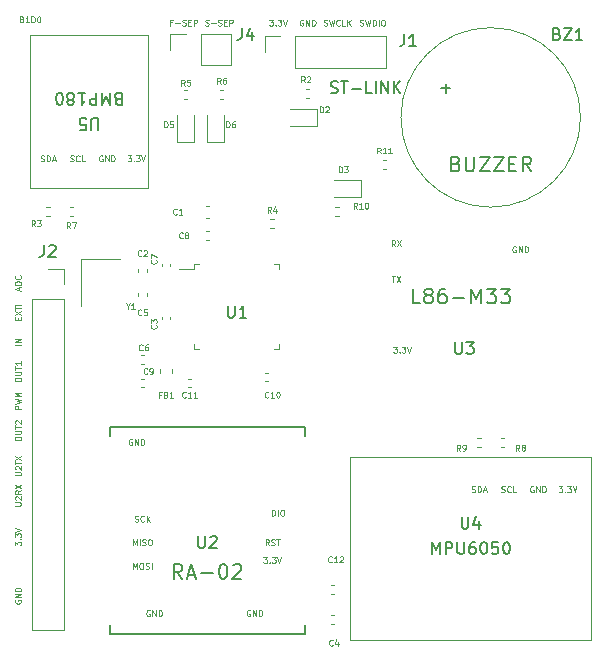
<source format=gbr>
%TF.GenerationSoftware,KiCad,Pcbnew,(6.0.6)*%
%TF.CreationDate,2023-12-09T00:08:52+03:00*%
%TF.ProjectId,MainAvionic-Kicad,4d61696e-4176-4696-9f6e-69632d4b6963,rev?*%
%TF.SameCoordinates,Original*%
%TF.FileFunction,Legend,Top*%
%TF.FilePolarity,Positive*%
%FSLAX46Y46*%
G04 Gerber Fmt 4.6, Leading zero omitted, Abs format (unit mm)*
G04 Created by KiCad (PCBNEW (6.0.6)) date 2023-12-09 00:08:52*
%MOMM*%
%LPD*%
G01*
G04 APERTURE LIST*
%ADD10C,0.100000*%
%ADD11C,0.150000*%
%ADD12C,0.200000*%
%ADD13C,0.120000*%
G04 APERTURE END LIST*
D10*
X85857142Y-104702380D02*
X85928571Y-104726190D01*
X86047619Y-104726190D01*
X86095238Y-104702380D01*
X86119047Y-104678571D01*
X86142857Y-104630952D01*
X86142857Y-104583333D01*
X86119047Y-104535714D01*
X86095238Y-104511904D01*
X86047619Y-104488095D01*
X85952380Y-104464285D01*
X85904761Y-104440476D01*
X85880952Y-104416666D01*
X85857142Y-104369047D01*
X85857142Y-104321428D01*
X85880952Y-104273809D01*
X85904761Y-104250000D01*
X85952380Y-104226190D01*
X86071428Y-104226190D01*
X86142857Y-104250000D01*
X86642857Y-104678571D02*
X86619047Y-104702380D01*
X86547619Y-104726190D01*
X86500000Y-104726190D01*
X86428571Y-104702380D01*
X86380952Y-104654761D01*
X86357142Y-104607142D01*
X86333333Y-104511904D01*
X86333333Y-104440476D01*
X86357142Y-104345238D01*
X86380952Y-104297619D01*
X86428571Y-104250000D01*
X86500000Y-104226190D01*
X86547619Y-104226190D01*
X86619047Y-104250000D01*
X86642857Y-104273809D01*
X86857142Y-104726190D02*
X86857142Y-104226190D01*
X87142857Y-104726190D02*
X86928571Y-104440476D01*
X87142857Y-104226190D02*
X86857142Y-104511904D01*
X83119047Y-73750000D02*
X83071428Y-73726190D01*
X83000000Y-73726190D01*
X82928571Y-73750000D01*
X82880952Y-73797619D01*
X82857142Y-73845238D01*
X82833333Y-73940476D01*
X82833333Y-74011904D01*
X82857142Y-74107142D01*
X82880952Y-74154761D01*
X82928571Y-74202380D01*
X83000000Y-74226190D01*
X83047619Y-74226190D01*
X83119047Y-74202380D01*
X83142857Y-74178571D01*
X83142857Y-74011904D01*
X83047619Y-74011904D01*
X83357142Y-74226190D02*
X83357142Y-73726190D01*
X83642857Y-74226190D01*
X83642857Y-73726190D01*
X83880952Y-74226190D02*
X83880952Y-73726190D01*
X84000000Y-73726190D01*
X84071428Y-73750000D01*
X84119047Y-73797619D01*
X84142857Y-73845238D01*
X84166666Y-73940476D01*
X84166666Y-74011904D01*
X84142857Y-74107142D01*
X84119047Y-74154761D01*
X84071428Y-74202380D01*
X84000000Y-74226190D01*
X83880952Y-74226190D01*
X75750000Y-111380952D02*
X75726190Y-111428571D01*
X75726190Y-111500000D01*
X75750000Y-111571428D01*
X75797619Y-111619047D01*
X75845238Y-111642857D01*
X75940476Y-111666666D01*
X76011904Y-111666666D01*
X76107142Y-111642857D01*
X76154761Y-111619047D01*
X76202380Y-111571428D01*
X76226190Y-111500000D01*
X76226190Y-111452380D01*
X76202380Y-111380952D01*
X76178571Y-111357142D01*
X76011904Y-111357142D01*
X76011904Y-111452380D01*
X76226190Y-111142857D02*
X75726190Y-111142857D01*
X76226190Y-110857142D01*
X75726190Y-110857142D01*
X76226190Y-110619047D02*
X75726190Y-110619047D01*
X75726190Y-110500000D01*
X75750000Y-110428571D01*
X75797619Y-110380952D01*
X75845238Y-110357142D01*
X75940476Y-110333333D01*
X76011904Y-110333333D01*
X76107142Y-110357142D01*
X76154761Y-110380952D01*
X76202380Y-110428571D01*
X76226190Y-110500000D01*
X76226190Y-110619047D01*
X76083333Y-85119047D02*
X76083333Y-84880952D01*
X76226190Y-85166666D02*
X75726190Y-85000000D01*
X76226190Y-84833333D01*
X76226190Y-84666666D02*
X75726190Y-84666666D01*
X75726190Y-84547619D01*
X75750000Y-84476190D01*
X75797619Y-84428571D01*
X75845238Y-84404761D01*
X75940476Y-84380952D01*
X76011904Y-84380952D01*
X76107142Y-84404761D01*
X76154761Y-84428571D01*
X76202380Y-84476190D01*
X76226190Y-84547619D01*
X76226190Y-84666666D01*
X76178571Y-83880952D02*
X76202380Y-83904761D01*
X76226190Y-83976190D01*
X76226190Y-84023809D01*
X76202380Y-84095238D01*
X76154761Y-84142857D01*
X76107142Y-84166666D01*
X76011904Y-84190476D01*
X75940476Y-84190476D01*
X75845238Y-84166666D01*
X75797619Y-84142857D01*
X75750000Y-84095238D01*
X75726190Y-84023809D01*
X75726190Y-83976190D01*
X75750000Y-83904761D01*
X75773809Y-83880952D01*
X96761904Y-107726190D02*
X97071428Y-107726190D01*
X96904761Y-107916666D01*
X96976190Y-107916666D01*
X97023809Y-107940476D01*
X97047619Y-107964285D01*
X97071428Y-108011904D01*
X97071428Y-108130952D01*
X97047619Y-108178571D01*
X97023809Y-108202380D01*
X96976190Y-108226190D01*
X96833333Y-108226190D01*
X96785714Y-108202380D01*
X96761904Y-108178571D01*
X97285714Y-108178571D02*
X97309523Y-108202380D01*
X97285714Y-108226190D01*
X97261904Y-108202380D01*
X97285714Y-108178571D01*
X97285714Y-108226190D01*
X97476190Y-107726190D02*
X97785714Y-107726190D01*
X97619047Y-107916666D01*
X97690476Y-107916666D01*
X97738095Y-107940476D01*
X97761904Y-107964285D01*
X97785714Y-108011904D01*
X97785714Y-108130952D01*
X97761904Y-108178571D01*
X97738095Y-108202380D01*
X97690476Y-108226190D01*
X97547619Y-108226190D01*
X97500000Y-108202380D01*
X97476190Y-108178571D01*
X97928571Y-107726190D02*
X98095238Y-108226190D01*
X98261904Y-107726190D01*
X100119047Y-62250000D02*
X100071428Y-62226190D01*
X100000000Y-62226190D01*
X99928571Y-62250000D01*
X99880952Y-62297619D01*
X99857142Y-62345238D01*
X99833333Y-62440476D01*
X99833333Y-62511904D01*
X99857142Y-62607142D01*
X99880952Y-62654761D01*
X99928571Y-62702380D01*
X100000000Y-62726190D01*
X100047619Y-62726190D01*
X100119047Y-62702380D01*
X100142857Y-62678571D01*
X100142857Y-62511904D01*
X100047619Y-62511904D01*
X100357142Y-62726190D02*
X100357142Y-62226190D01*
X100642857Y-62726190D01*
X100642857Y-62226190D01*
X100880952Y-62726190D02*
X100880952Y-62226190D01*
X101000000Y-62226190D01*
X101071428Y-62250000D01*
X101119047Y-62297619D01*
X101142857Y-62345238D01*
X101166666Y-62440476D01*
X101166666Y-62511904D01*
X101142857Y-62607142D01*
X101119047Y-62654761D01*
X101071428Y-62702380D01*
X101000000Y-62726190D01*
X100880952Y-62726190D01*
X85261904Y-73726190D02*
X85571428Y-73726190D01*
X85404761Y-73916666D01*
X85476190Y-73916666D01*
X85523809Y-73940476D01*
X85547619Y-73964285D01*
X85571428Y-74011904D01*
X85571428Y-74130952D01*
X85547619Y-74178571D01*
X85523809Y-74202380D01*
X85476190Y-74226190D01*
X85333333Y-74226190D01*
X85285714Y-74202380D01*
X85261904Y-74178571D01*
X85785714Y-74178571D02*
X85809523Y-74202380D01*
X85785714Y-74226190D01*
X85761904Y-74202380D01*
X85785714Y-74178571D01*
X85785714Y-74226190D01*
X85976190Y-73726190D02*
X86285714Y-73726190D01*
X86119047Y-73916666D01*
X86190476Y-73916666D01*
X86238095Y-73940476D01*
X86261904Y-73964285D01*
X86285714Y-74011904D01*
X86285714Y-74130952D01*
X86261904Y-74178571D01*
X86238095Y-74202380D01*
X86190476Y-74226190D01*
X86047619Y-74226190D01*
X86000000Y-74202380D01*
X85976190Y-74178571D01*
X86428571Y-73726190D02*
X86595238Y-74226190D01*
X86761904Y-73726190D01*
X75964285Y-87654761D02*
X75964285Y-87488095D01*
X76226190Y-87416666D02*
X76226190Y-87654761D01*
X75726190Y-87654761D01*
X75726190Y-87416666D01*
X75726190Y-87250000D02*
X76226190Y-86916666D01*
X75726190Y-86916666D02*
X76226190Y-87250000D01*
X75726190Y-86797619D02*
X75726190Y-86511904D01*
X76226190Y-86654761D02*
X75726190Y-86654761D01*
X76226190Y-86345238D02*
X75726190Y-86345238D01*
X118119047Y-81440000D02*
X118071428Y-81416190D01*
X118000000Y-81416190D01*
X117928571Y-81440000D01*
X117880952Y-81487619D01*
X117857142Y-81535238D01*
X117833333Y-81630476D01*
X117833333Y-81701904D01*
X117857142Y-81797142D01*
X117880952Y-81844761D01*
X117928571Y-81892380D01*
X118000000Y-81916190D01*
X118047619Y-81916190D01*
X118119047Y-81892380D01*
X118142857Y-81868571D01*
X118142857Y-81701904D01*
X118047619Y-81701904D01*
X118357142Y-81916190D02*
X118357142Y-81416190D01*
X118642857Y-81916190D01*
X118642857Y-81416190D01*
X118880952Y-81916190D02*
X118880952Y-81416190D01*
X119000000Y-81416190D01*
X119071428Y-81440000D01*
X119119047Y-81487619D01*
X119142857Y-81535238D01*
X119166666Y-81630476D01*
X119166666Y-81701904D01*
X119142857Y-81797142D01*
X119119047Y-81844761D01*
X119071428Y-81892380D01*
X119000000Y-81916190D01*
X118880952Y-81916190D01*
X104940476Y-62702380D02*
X105011904Y-62726190D01*
X105130952Y-62726190D01*
X105178571Y-62702380D01*
X105202380Y-62678571D01*
X105226190Y-62630952D01*
X105226190Y-62583333D01*
X105202380Y-62535714D01*
X105178571Y-62511904D01*
X105130952Y-62488095D01*
X105035714Y-62464285D01*
X104988095Y-62440476D01*
X104964285Y-62416666D01*
X104940476Y-62369047D01*
X104940476Y-62321428D01*
X104964285Y-62273809D01*
X104988095Y-62250000D01*
X105035714Y-62226190D01*
X105154761Y-62226190D01*
X105226190Y-62250000D01*
X105392857Y-62226190D02*
X105511904Y-62726190D01*
X105607142Y-62369047D01*
X105702380Y-62726190D01*
X105821428Y-62226190D01*
X106011904Y-62726190D02*
X106011904Y-62226190D01*
X106130952Y-62226190D01*
X106202380Y-62250000D01*
X106250000Y-62297619D01*
X106273809Y-62345238D01*
X106297619Y-62440476D01*
X106297619Y-62511904D01*
X106273809Y-62607142D01*
X106250000Y-62654761D01*
X106202380Y-62702380D01*
X106130952Y-62726190D01*
X106011904Y-62726190D01*
X106511904Y-62726190D02*
X106511904Y-62226190D01*
X106845238Y-62226190D02*
X106940476Y-62226190D01*
X106988095Y-62250000D01*
X107035714Y-62297619D01*
X107059523Y-62392857D01*
X107059523Y-62559523D01*
X107035714Y-62654761D01*
X106988095Y-62702380D01*
X106940476Y-62726190D01*
X106845238Y-62726190D01*
X106797619Y-62702380D01*
X106750000Y-62654761D01*
X106726190Y-62559523D01*
X106726190Y-62392857D01*
X106750000Y-62297619D01*
X106797619Y-62250000D01*
X106845238Y-62226190D01*
D11*
X102457619Y-68404761D02*
X102600476Y-68452380D01*
X102838571Y-68452380D01*
X102933809Y-68404761D01*
X102981428Y-68357142D01*
X103029047Y-68261904D01*
X103029047Y-68166666D01*
X102981428Y-68071428D01*
X102933809Y-68023809D01*
X102838571Y-67976190D01*
X102648095Y-67928571D01*
X102552857Y-67880952D01*
X102505238Y-67833333D01*
X102457619Y-67738095D01*
X102457619Y-67642857D01*
X102505238Y-67547619D01*
X102552857Y-67500000D01*
X102648095Y-67452380D01*
X102886190Y-67452380D01*
X103029047Y-67500000D01*
X103314761Y-67452380D02*
X103886190Y-67452380D01*
X103600476Y-68452380D02*
X103600476Y-67452380D01*
X104219523Y-68071428D02*
X104981428Y-68071428D01*
X105933809Y-68452380D02*
X105457619Y-68452380D01*
X105457619Y-67452380D01*
X106267142Y-68452380D02*
X106267142Y-67452380D01*
X106743333Y-68452380D02*
X106743333Y-67452380D01*
X107314761Y-68452380D01*
X107314761Y-67452380D01*
X107790952Y-68452380D02*
X107790952Y-67452380D01*
X108362380Y-68452380D02*
X107933809Y-67880952D01*
X108362380Y-67452380D02*
X107790952Y-68023809D01*
D10*
X107761904Y-89916190D02*
X108071428Y-89916190D01*
X107904761Y-90106666D01*
X107976190Y-90106666D01*
X108023809Y-90130476D01*
X108047619Y-90154285D01*
X108071428Y-90201904D01*
X108071428Y-90320952D01*
X108047619Y-90368571D01*
X108023809Y-90392380D01*
X107976190Y-90416190D01*
X107833333Y-90416190D01*
X107785714Y-90392380D01*
X107761904Y-90368571D01*
X108285714Y-90368571D02*
X108309523Y-90392380D01*
X108285714Y-90416190D01*
X108261904Y-90392380D01*
X108285714Y-90368571D01*
X108285714Y-90416190D01*
X108476190Y-89916190D02*
X108785714Y-89916190D01*
X108619047Y-90106666D01*
X108690476Y-90106666D01*
X108738095Y-90130476D01*
X108761904Y-90154285D01*
X108785714Y-90201904D01*
X108785714Y-90320952D01*
X108761904Y-90368571D01*
X108738095Y-90392380D01*
X108690476Y-90416190D01*
X108547619Y-90416190D01*
X108500000Y-90392380D01*
X108476190Y-90368571D01*
X108928571Y-89916190D02*
X109095238Y-90416190D01*
X109261904Y-89916190D01*
D12*
X113053571Y-74410714D02*
X113232142Y-74470238D01*
X113291666Y-74529761D01*
X113351190Y-74648809D01*
X113351190Y-74827380D01*
X113291666Y-74946428D01*
X113232142Y-75005952D01*
X113113095Y-75065476D01*
X112636904Y-75065476D01*
X112636904Y-73815476D01*
X113053571Y-73815476D01*
X113172619Y-73875000D01*
X113232142Y-73934523D01*
X113291666Y-74053571D01*
X113291666Y-74172619D01*
X113232142Y-74291666D01*
X113172619Y-74351190D01*
X113053571Y-74410714D01*
X112636904Y-74410714D01*
X113886904Y-73815476D02*
X113886904Y-74827380D01*
X113946428Y-74946428D01*
X114005952Y-75005952D01*
X114125000Y-75065476D01*
X114363095Y-75065476D01*
X114482142Y-75005952D01*
X114541666Y-74946428D01*
X114601190Y-74827380D01*
X114601190Y-73815476D01*
X115077380Y-73815476D02*
X115910714Y-73815476D01*
X115077380Y-75065476D01*
X115910714Y-75065476D01*
X116267857Y-73815476D02*
X117101190Y-73815476D01*
X116267857Y-75065476D01*
X117101190Y-75065476D01*
X117577380Y-74410714D02*
X117994047Y-74410714D01*
X118172619Y-75065476D02*
X117577380Y-75065476D01*
X117577380Y-73815476D01*
X118172619Y-73815476D01*
X119422619Y-75065476D02*
X119005952Y-74470238D01*
X118708333Y-75065476D02*
X118708333Y-73815476D01*
X119184523Y-73815476D01*
X119303571Y-73875000D01*
X119363095Y-73934523D01*
X119422619Y-74053571D01*
X119422619Y-74232142D01*
X119363095Y-74351190D01*
X119303571Y-74410714D01*
X119184523Y-74470238D01*
X118708333Y-74470238D01*
D10*
X85714285Y-108726190D02*
X85714285Y-108226190D01*
X85880952Y-108583333D01*
X86047619Y-108226190D01*
X86047619Y-108726190D01*
X86380952Y-108226190D02*
X86476190Y-108226190D01*
X86523809Y-108250000D01*
X86571428Y-108297619D01*
X86595238Y-108392857D01*
X86595238Y-108559523D01*
X86571428Y-108654761D01*
X86523809Y-108702380D01*
X86476190Y-108726190D01*
X86380952Y-108726190D01*
X86333333Y-108702380D01*
X86285714Y-108654761D01*
X86261904Y-108559523D01*
X86261904Y-108392857D01*
X86285714Y-108297619D01*
X86333333Y-108250000D01*
X86380952Y-108226190D01*
X86785714Y-108702380D02*
X86857142Y-108726190D01*
X86976190Y-108726190D01*
X87023809Y-108702380D01*
X87047619Y-108678571D01*
X87071428Y-108630952D01*
X87071428Y-108583333D01*
X87047619Y-108535714D01*
X87023809Y-108511904D01*
X86976190Y-108488095D01*
X86880952Y-108464285D01*
X86833333Y-108440476D01*
X86809523Y-108416666D01*
X86785714Y-108369047D01*
X86785714Y-108321428D01*
X86809523Y-108273809D01*
X86833333Y-108250000D01*
X86880952Y-108226190D01*
X87000000Y-108226190D01*
X87071428Y-108250000D01*
X87285714Y-108726190D02*
X87285714Y-108226190D01*
X76226190Y-89761904D02*
X75726190Y-89761904D01*
X76226190Y-89523809D02*
X75726190Y-89523809D01*
X76226190Y-89238095D01*
X75726190Y-89238095D01*
D12*
X89886904Y-109565476D02*
X89470238Y-108970238D01*
X89172619Y-109565476D02*
X89172619Y-108315476D01*
X89648809Y-108315476D01*
X89767857Y-108375000D01*
X89827380Y-108434523D01*
X89886904Y-108553571D01*
X89886904Y-108732142D01*
X89827380Y-108851190D01*
X89767857Y-108910714D01*
X89648809Y-108970238D01*
X89172619Y-108970238D01*
X90363095Y-109208333D02*
X90958333Y-109208333D01*
X90244047Y-109565476D02*
X90660714Y-108315476D01*
X91077380Y-109565476D01*
X91494047Y-109089285D02*
X92446428Y-109089285D01*
X93279761Y-108315476D02*
X93398809Y-108315476D01*
X93517857Y-108375000D01*
X93577380Y-108434523D01*
X93636904Y-108553571D01*
X93696428Y-108791666D01*
X93696428Y-109089285D01*
X93636904Y-109327380D01*
X93577380Y-109446428D01*
X93517857Y-109505952D01*
X93398809Y-109565476D01*
X93279761Y-109565476D01*
X93160714Y-109505952D01*
X93101190Y-109446428D01*
X93041666Y-109327380D01*
X92982142Y-109089285D01*
X92982142Y-108791666D01*
X93041666Y-108553571D01*
X93101190Y-108434523D01*
X93160714Y-108375000D01*
X93279761Y-108315476D01*
X94172619Y-108434523D02*
X94232142Y-108375000D01*
X94351190Y-108315476D01*
X94648809Y-108315476D01*
X94767857Y-108375000D01*
X94827380Y-108434523D01*
X94886904Y-108553571D01*
X94886904Y-108672619D01*
X94827380Y-108851190D01*
X94113095Y-109565476D01*
X94886904Y-109565476D01*
D10*
X107619047Y-83916190D02*
X107904761Y-83916190D01*
X107761904Y-84416190D02*
X107761904Y-83916190D01*
X108023809Y-83916190D02*
X108357142Y-84416190D01*
X108357142Y-83916190D02*
X108023809Y-84416190D01*
X85619047Y-97750000D02*
X85571428Y-97726190D01*
X85500000Y-97726190D01*
X85428571Y-97750000D01*
X85380952Y-97797619D01*
X85357142Y-97845238D01*
X85333333Y-97940476D01*
X85333333Y-98011904D01*
X85357142Y-98107142D01*
X85380952Y-98154761D01*
X85428571Y-98202380D01*
X85500000Y-98226190D01*
X85547619Y-98226190D01*
X85619047Y-98202380D01*
X85642857Y-98178571D01*
X85642857Y-98011904D01*
X85547619Y-98011904D01*
X85857142Y-98226190D02*
X85857142Y-97726190D01*
X86142857Y-98226190D01*
X86142857Y-97726190D01*
X86380952Y-98226190D02*
X86380952Y-97726190D01*
X86500000Y-97726190D01*
X86571428Y-97750000D01*
X86619047Y-97797619D01*
X86642857Y-97845238D01*
X86666666Y-97940476D01*
X86666666Y-98011904D01*
X86642857Y-98107142D01*
X86619047Y-98154761D01*
X86571428Y-98202380D01*
X86500000Y-98226190D01*
X86380952Y-98226190D01*
X119619047Y-101750000D02*
X119571428Y-101726190D01*
X119500000Y-101726190D01*
X119428571Y-101750000D01*
X119380952Y-101797619D01*
X119357142Y-101845238D01*
X119333333Y-101940476D01*
X119333333Y-102011904D01*
X119357142Y-102107142D01*
X119380952Y-102154761D01*
X119428571Y-102202380D01*
X119500000Y-102226190D01*
X119547619Y-102226190D01*
X119619047Y-102202380D01*
X119642857Y-102178571D01*
X119642857Y-102011904D01*
X119547619Y-102011904D01*
X119857142Y-102226190D02*
X119857142Y-101726190D01*
X120142857Y-102226190D01*
X120142857Y-101726190D01*
X120380952Y-102226190D02*
X120380952Y-101726190D01*
X120500000Y-101726190D01*
X120571428Y-101750000D01*
X120619047Y-101797619D01*
X120642857Y-101845238D01*
X120666666Y-101940476D01*
X120666666Y-102011904D01*
X120642857Y-102107142D01*
X120619047Y-102154761D01*
X120571428Y-102202380D01*
X120500000Y-102226190D01*
X120380952Y-102226190D01*
X75726190Y-100809523D02*
X76130952Y-100809523D01*
X76178571Y-100785714D01*
X76202380Y-100761904D01*
X76226190Y-100714285D01*
X76226190Y-100619047D01*
X76202380Y-100571428D01*
X76178571Y-100547619D01*
X76130952Y-100523809D01*
X75726190Y-100523809D01*
X75773809Y-100309523D02*
X75750000Y-100285714D01*
X75726190Y-100238095D01*
X75726190Y-100119047D01*
X75750000Y-100071428D01*
X75773809Y-100047619D01*
X75821428Y-100023809D01*
X75869047Y-100023809D01*
X75940476Y-100047619D01*
X76226190Y-100333333D01*
X76226190Y-100023809D01*
X75726190Y-99880952D02*
X75726190Y-99595238D01*
X76226190Y-99738095D02*
X75726190Y-99738095D01*
X75726190Y-99476190D02*
X76226190Y-99142857D01*
X75726190Y-99142857D02*
X76226190Y-99476190D01*
X87119047Y-112250000D02*
X87071428Y-112226190D01*
X87000000Y-112226190D01*
X86928571Y-112250000D01*
X86880952Y-112297619D01*
X86857142Y-112345238D01*
X86833333Y-112440476D01*
X86833333Y-112511904D01*
X86857142Y-112607142D01*
X86880952Y-112654761D01*
X86928571Y-112702380D01*
X87000000Y-112726190D01*
X87047619Y-112726190D01*
X87119047Y-112702380D01*
X87142857Y-112678571D01*
X87142857Y-112511904D01*
X87047619Y-112511904D01*
X87357142Y-112726190D02*
X87357142Y-112226190D01*
X87642857Y-112726190D01*
X87642857Y-112226190D01*
X87880952Y-112726190D02*
X87880952Y-112226190D01*
X88000000Y-112226190D01*
X88071428Y-112250000D01*
X88119047Y-112297619D01*
X88142857Y-112345238D01*
X88166666Y-112440476D01*
X88166666Y-112511904D01*
X88142857Y-112607142D01*
X88119047Y-112654761D01*
X88071428Y-112702380D01*
X88000000Y-112726190D01*
X87880952Y-112726190D01*
X77892857Y-74202380D02*
X77964285Y-74226190D01*
X78083333Y-74226190D01*
X78130952Y-74202380D01*
X78154761Y-74178571D01*
X78178571Y-74130952D01*
X78178571Y-74083333D01*
X78154761Y-74035714D01*
X78130952Y-74011904D01*
X78083333Y-73988095D01*
X77988095Y-73964285D01*
X77940476Y-73940476D01*
X77916666Y-73916666D01*
X77892857Y-73869047D01*
X77892857Y-73821428D01*
X77916666Y-73773809D01*
X77940476Y-73750000D01*
X77988095Y-73726190D01*
X78107142Y-73726190D01*
X78178571Y-73750000D01*
X78392857Y-74226190D02*
X78392857Y-73726190D01*
X78511904Y-73726190D01*
X78583333Y-73750000D01*
X78630952Y-73797619D01*
X78654761Y-73845238D01*
X78678571Y-73940476D01*
X78678571Y-74011904D01*
X78654761Y-74107142D01*
X78630952Y-74154761D01*
X78583333Y-74202380D01*
X78511904Y-74226190D01*
X78392857Y-74226190D01*
X78869047Y-74083333D02*
X79107142Y-74083333D01*
X78821428Y-74226190D02*
X78988095Y-73726190D01*
X79154761Y-74226190D01*
X76309523Y-62194285D02*
X76380952Y-62218095D01*
X76404761Y-62241904D01*
X76428571Y-62289523D01*
X76428571Y-62360952D01*
X76404761Y-62408571D01*
X76380952Y-62432380D01*
X76333333Y-62456190D01*
X76142857Y-62456190D01*
X76142857Y-61956190D01*
X76309523Y-61956190D01*
X76357142Y-61980000D01*
X76380952Y-62003809D01*
X76404761Y-62051428D01*
X76404761Y-62099047D01*
X76380952Y-62146666D01*
X76357142Y-62170476D01*
X76309523Y-62194285D01*
X76142857Y-62194285D01*
X76904761Y-62456190D02*
X76619047Y-62456190D01*
X76761904Y-62456190D02*
X76761904Y-61956190D01*
X76714285Y-62027619D01*
X76666666Y-62075238D01*
X76619047Y-62099047D01*
X77119047Y-62456190D02*
X77119047Y-61956190D01*
X77238095Y-61956190D01*
X77309523Y-61980000D01*
X77357142Y-62027619D01*
X77380952Y-62075238D01*
X77404761Y-62170476D01*
X77404761Y-62241904D01*
X77380952Y-62337142D01*
X77357142Y-62384761D01*
X77309523Y-62432380D01*
X77238095Y-62456190D01*
X77119047Y-62456190D01*
X77714285Y-61956190D02*
X77761904Y-61956190D01*
X77809523Y-61980000D01*
X77833333Y-62003809D01*
X77857142Y-62051428D01*
X77880952Y-62146666D01*
X77880952Y-62265714D01*
X77857142Y-62360952D01*
X77833333Y-62408571D01*
X77809523Y-62432380D01*
X77761904Y-62456190D01*
X77714285Y-62456190D01*
X77666666Y-62432380D01*
X77642857Y-62408571D01*
X77619047Y-62360952D01*
X77595238Y-62265714D01*
X77595238Y-62146666D01*
X77619047Y-62051428D01*
X77642857Y-62003809D01*
X77666666Y-61980000D01*
X77714285Y-61956190D01*
X114392857Y-102202380D02*
X114464285Y-102226190D01*
X114583333Y-102226190D01*
X114630952Y-102202380D01*
X114654761Y-102178571D01*
X114678571Y-102130952D01*
X114678571Y-102083333D01*
X114654761Y-102035714D01*
X114630952Y-102011904D01*
X114583333Y-101988095D01*
X114488095Y-101964285D01*
X114440476Y-101940476D01*
X114416666Y-101916666D01*
X114392857Y-101869047D01*
X114392857Y-101821428D01*
X114416666Y-101773809D01*
X114440476Y-101750000D01*
X114488095Y-101726190D01*
X114607142Y-101726190D01*
X114678571Y-101750000D01*
X114892857Y-102226190D02*
X114892857Y-101726190D01*
X115011904Y-101726190D01*
X115083333Y-101750000D01*
X115130952Y-101797619D01*
X115154761Y-101845238D01*
X115178571Y-101940476D01*
X115178571Y-102011904D01*
X115154761Y-102107142D01*
X115130952Y-102154761D01*
X115083333Y-102202380D01*
X115011904Y-102226190D01*
X114892857Y-102226190D01*
X115369047Y-102083333D02*
X115607142Y-102083333D01*
X115321428Y-102226190D02*
X115488095Y-101726190D01*
X115654761Y-102226190D01*
X121761904Y-101726190D02*
X122071428Y-101726190D01*
X121904761Y-101916666D01*
X121976190Y-101916666D01*
X122023809Y-101940476D01*
X122047619Y-101964285D01*
X122071428Y-102011904D01*
X122071428Y-102130952D01*
X122047619Y-102178571D01*
X122023809Y-102202380D01*
X121976190Y-102226190D01*
X121833333Y-102226190D01*
X121785714Y-102202380D01*
X121761904Y-102178571D01*
X122285714Y-102178571D02*
X122309523Y-102202380D01*
X122285714Y-102226190D01*
X122261904Y-102202380D01*
X122285714Y-102178571D01*
X122285714Y-102226190D01*
X122476190Y-101726190D02*
X122785714Y-101726190D01*
X122619047Y-101916666D01*
X122690476Y-101916666D01*
X122738095Y-101940476D01*
X122761904Y-101964285D01*
X122785714Y-102011904D01*
X122785714Y-102130952D01*
X122761904Y-102178571D01*
X122738095Y-102202380D01*
X122690476Y-102226190D01*
X122547619Y-102226190D01*
X122500000Y-102202380D01*
X122476190Y-102178571D01*
X122928571Y-101726190D02*
X123095238Y-102226190D01*
X123261904Y-101726190D01*
X75726190Y-97738095D02*
X75726190Y-97642857D01*
X75750000Y-97595238D01*
X75797619Y-97547619D01*
X75892857Y-97523809D01*
X76059523Y-97523809D01*
X76154761Y-97547619D01*
X76202380Y-97595238D01*
X76226190Y-97642857D01*
X76226190Y-97738095D01*
X76202380Y-97785714D01*
X76154761Y-97833333D01*
X76059523Y-97857142D01*
X75892857Y-97857142D01*
X75797619Y-97833333D01*
X75750000Y-97785714D01*
X75726190Y-97738095D01*
X75726190Y-97309523D02*
X76130952Y-97309523D01*
X76178571Y-97285714D01*
X76202380Y-97261904D01*
X76226190Y-97214285D01*
X76226190Y-97119047D01*
X76202380Y-97071428D01*
X76178571Y-97047619D01*
X76130952Y-97023809D01*
X75726190Y-97023809D01*
X75726190Y-96857142D02*
X75726190Y-96571428D01*
X76226190Y-96714285D02*
X75726190Y-96714285D01*
X75773809Y-96428571D02*
X75750000Y-96404761D01*
X75726190Y-96357142D01*
X75726190Y-96238095D01*
X75750000Y-96190476D01*
X75773809Y-96166666D01*
X75821428Y-96142857D01*
X75869047Y-96142857D01*
X75940476Y-96166666D01*
X76226190Y-96452380D01*
X76226190Y-96142857D01*
X75726190Y-103369047D02*
X76130952Y-103369047D01*
X76178571Y-103345238D01*
X76202380Y-103321428D01*
X76226190Y-103273809D01*
X76226190Y-103178571D01*
X76202380Y-103130952D01*
X76178571Y-103107142D01*
X76130952Y-103083333D01*
X75726190Y-103083333D01*
X75773809Y-102869047D02*
X75750000Y-102845238D01*
X75726190Y-102797619D01*
X75726190Y-102678571D01*
X75750000Y-102630952D01*
X75773809Y-102607142D01*
X75821428Y-102583333D01*
X75869047Y-102583333D01*
X75940476Y-102607142D01*
X76226190Y-102892857D01*
X76226190Y-102583333D01*
X76226190Y-102083333D02*
X75988095Y-102250000D01*
X76226190Y-102369047D02*
X75726190Y-102369047D01*
X75726190Y-102178571D01*
X75750000Y-102130952D01*
X75773809Y-102107142D01*
X75821428Y-102083333D01*
X75892857Y-102083333D01*
X75940476Y-102107142D01*
X75964285Y-102130952D01*
X75988095Y-102178571D01*
X75988095Y-102369047D01*
X75726190Y-101916666D02*
X76226190Y-101583333D01*
X75726190Y-101583333D02*
X76226190Y-101916666D01*
X80404761Y-74202380D02*
X80476190Y-74226190D01*
X80595238Y-74226190D01*
X80642857Y-74202380D01*
X80666666Y-74178571D01*
X80690476Y-74130952D01*
X80690476Y-74083333D01*
X80666666Y-74035714D01*
X80642857Y-74011904D01*
X80595238Y-73988095D01*
X80500000Y-73964285D01*
X80452380Y-73940476D01*
X80428571Y-73916666D01*
X80404761Y-73869047D01*
X80404761Y-73821428D01*
X80428571Y-73773809D01*
X80452380Y-73750000D01*
X80500000Y-73726190D01*
X80619047Y-73726190D01*
X80690476Y-73750000D01*
X81190476Y-74178571D02*
X81166666Y-74202380D01*
X81095238Y-74226190D01*
X81047619Y-74226190D01*
X80976190Y-74202380D01*
X80928571Y-74154761D01*
X80904761Y-74107142D01*
X80880952Y-74011904D01*
X80880952Y-73940476D01*
X80904761Y-73845238D01*
X80928571Y-73797619D01*
X80976190Y-73750000D01*
X81047619Y-73726190D01*
X81095238Y-73726190D01*
X81166666Y-73750000D01*
X81190476Y-73773809D01*
X81642857Y-74226190D02*
X81404761Y-74226190D01*
X81404761Y-73726190D01*
X116904761Y-102202380D02*
X116976190Y-102226190D01*
X117095238Y-102226190D01*
X117142857Y-102202380D01*
X117166666Y-102178571D01*
X117190476Y-102130952D01*
X117190476Y-102083333D01*
X117166666Y-102035714D01*
X117142857Y-102011904D01*
X117095238Y-101988095D01*
X117000000Y-101964285D01*
X116952380Y-101940476D01*
X116928571Y-101916666D01*
X116904761Y-101869047D01*
X116904761Y-101821428D01*
X116928571Y-101773809D01*
X116952380Y-101750000D01*
X117000000Y-101726190D01*
X117119047Y-101726190D01*
X117190476Y-101750000D01*
X117690476Y-102178571D02*
X117666666Y-102202380D01*
X117595238Y-102226190D01*
X117547619Y-102226190D01*
X117476190Y-102202380D01*
X117428571Y-102154761D01*
X117404761Y-102107142D01*
X117380952Y-102011904D01*
X117380952Y-101940476D01*
X117404761Y-101845238D01*
X117428571Y-101797619D01*
X117476190Y-101750000D01*
X117547619Y-101726190D01*
X117595238Y-101726190D01*
X117666666Y-101750000D01*
X117690476Y-101773809D01*
X118142857Y-102226190D02*
X117904761Y-102226190D01*
X117904761Y-101726190D01*
X97226190Y-106726190D02*
X97059523Y-106488095D01*
X96940476Y-106726190D02*
X96940476Y-106226190D01*
X97130952Y-106226190D01*
X97178571Y-106250000D01*
X97202380Y-106273809D01*
X97226190Y-106321428D01*
X97226190Y-106392857D01*
X97202380Y-106440476D01*
X97178571Y-106464285D01*
X97130952Y-106488095D01*
X96940476Y-106488095D01*
X97416666Y-106702380D02*
X97488095Y-106726190D01*
X97607142Y-106726190D01*
X97654761Y-106702380D01*
X97678571Y-106678571D01*
X97702380Y-106630952D01*
X97702380Y-106583333D01*
X97678571Y-106535714D01*
X97654761Y-106511904D01*
X97607142Y-106488095D01*
X97511904Y-106464285D01*
X97464285Y-106440476D01*
X97440476Y-106416666D01*
X97416666Y-106369047D01*
X97416666Y-106321428D01*
X97440476Y-106273809D01*
X97464285Y-106250000D01*
X97511904Y-106226190D01*
X97630952Y-106226190D01*
X97702380Y-106250000D01*
X97845238Y-106226190D02*
X98130952Y-106226190D01*
X97988095Y-106726190D02*
X97988095Y-106226190D01*
D12*
X110017857Y-86255476D02*
X109422619Y-86255476D01*
X109422619Y-85005476D01*
X110613095Y-85541190D02*
X110494047Y-85481666D01*
X110434523Y-85422142D01*
X110375000Y-85303095D01*
X110375000Y-85243571D01*
X110434523Y-85124523D01*
X110494047Y-85065000D01*
X110613095Y-85005476D01*
X110851190Y-85005476D01*
X110970238Y-85065000D01*
X111029761Y-85124523D01*
X111089285Y-85243571D01*
X111089285Y-85303095D01*
X111029761Y-85422142D01*
X110970238Y-85481666D01*
X110851190Y-85541190D01*
X110613095Y-85541190D01*
X110494047Y-85600714D01*
X110434523Y-85660238D01*
X110375000Y-85779285D01*
X110375000Y-86017380D01*
X110434523Y-86136428D01*
X110494047Y-86195952D01*
X110613095Y-86255476D01*
X110851190Y-86255476D01*
X110970238Y-86195952D01*
X111029761Y-86136428D01*
X111089285Y-86017380D01*
X111089285Y-85779285D01*
X111029761Y-85660238D01*
X110970238Y-85600714D01*
X110851190Y-85541190D01*
X112160714Y-85005476D02*
X111922619Y-85005476D01*
X111803571Y-85065000D01*
X111744047Y-85124523D01*
X111625000Y-85303095D01*
X111565476Y-85541190D01*
X111565476Y-86017380D01*
X111625000Y-86136428D01*
X111684523Y-86195952D01*
X111803571Y-86255476D01*
X112041666Y-86255476D01*
X112160714Y-86195952D01*
X112220238Y-86136428D01*
X112279761Y-86017380D01*
X112279761Y-85719761D01*
X112220238Y-85600714D01*
X112160714Y-85541190D01*
X112041666Y-85481666D01*
X111803571Y-85481666D01*
X111684523Y-85541190D01*
X111625000Y-85600714D01*
X111565476Y-85719761D01*
X112815476Y-85779285D02*
X113767857Y-85779285D01*
X114363095Y-86255476D02*
X114363095Y-85005476D01*
X114779761Y-85898333D01*
X115196428Y-85005476D01*
X115196428Y-86255476D01*
X115672619Y-85005476D02*
X116446428Y-85005476D01*
X116029761Y-85481666D01*
X116208333Y-85481666D01*
X116327380Y-85541190D01*
X116386904Y-85600714D01*
X116446428Y-85719761D01*
X116446428Y-86017380D01*
X116386904Y-86136428D01*
X116327380Y-86195952D01*
X116208333Y-86255476D01*
X115851190Y-86255476D01*
X115732142Y-86195952D01*
X115672619Y-86136428D01*
X116863095Y-85005476D02*
X117636904Y-85005476D01*
X117220238Y-85481666D01*
X117398809Y-85481666D01*
X117517857Y-85541190D01*
X117577380Y-85600714D01*
X117636904Y-85719761D01*
X117636904Y-86017380D01*
X117577380Y-86136428D01*
X117517857Y-86195952D01*
X117398809Y-86255476D01*
X117041666Y-86255476D01*
X116922619Y-86195952D01*
X116863095Y-86136428D01*
D10*
X97488095Y-104226190D02*
X97488095Y-103726190D01*
X97607142Y-103726190D01*
X97678571Y-103750000D01*
X97726190Y-103797619D01*
X97750000Y-103845238D01*
X97773809Y-103940476D01*
X97773809Y-104011904D01*
X97750000Y-104107142D01*
X97726190Y-104154761D01*
X97678571Y-104202380D01*
X97607142Y-104226190D01*
X97488095Y-104226190D01*
X97988095Y-104226190D02*
X97988095Y-103726190D01*
X98321428Y-103726190D02*
X98416666Y-103726190D01*
X98464285Y-103750000D01*
X98511904Y-103797619D01*
X98535714Y-103892857D01*
X98535714Y-104059523D01*
X98511904Y-104154761D01*
X98464285Y-104202380D01*
X98416666Y-104226190D01*
X98321428Y-104226190D01*
X98273809Y-104202380D01*
X98226190Y-104154761D01*
X98202380Y-104059523D01*
X98202380Y-103892857D01*
X98226190Y-103797619D01*
X98273809Y-103750000D01*
X98321428Y-103726190D01*
X75726190Y-106738095D02*
X75726190Y-106428571D01*
X75916666Y-106595238D01*
X75916666Y-106523809D01*
X75940476Y-106476190D01*
X75964285Y-106452380D01*
X76011904Y-106428571D01*
X76130952Y-106428571D01*
X76178571Y-106452380D01*
X76202380Y-106476190D01*
X76226190Y-106523809D01*
X76226190Y-106666666D01*
X76202380Y-106714285D01*
X76178571Y-106738095D01*
X76178571Y-106214285D02*
X76202380Y-106190476D01*
X76226190Y-106214285D01*
X76202380Y-106238095D01*
X76178571Y-106214285D01*
X76226190Y-106214285D01*
X75726190Y-106023809D02*
X75726190Y-105714285D01*
X75916666Y-105880952D01*
X75916666Y-105809523D01*
X75940476Y-105761904D01*
X75964285Y-105738095D01*
X76011904Y-105714285D01*
X76130952Y-105714285D01*
X76178571Y-105738095D01*
X76202380Y-105761904D01*
X76226190Y-105809523D01*
X76226190Y-105952380D01*
X76202380Y-106000000D01*
X76178571Y-106023809D01*
X75726190Y-105571428D02*
X76226190Y-105404761D01*
X75726190Y-105238095D01*
X91833333Y-62702380D02*
X91904761Y-62726190D01*
X92023809Y-62726190D01*
X92071428Y-62702380D01*
X92095238Y-62678571D01*
X92119047Y-62630952D01*
X92119047Y-62583333D01*
X92095238Y-62535714D01*
X92071428Y-62511904D01*
X92023809Y-62488095D01*
X91928571Y-62464285D01*
X91880952Y-62440476D01*
X91857142Y-62416666D01*
X91833333Y-62369047D01*
X91833333Y-62321428D01*
X91857142Y-62273809D01*
X91880952Y-62250000D01*
X91928571Y-62226190D01*
X92047619Y-62226190D01*
X92119047Y-62250000D01*
X92333333Y-62535714D02*
X92714285Y-62535714D01*
X92928571Y-62702380D02*
X93000000Y-62726190D01*
X93119047Y-62726190D01*
X93166666Y-62702380D01*
X93190476Y-62678571D01*
X93214285Y-62630952D01*
X93214285Y-62583333D01*
X93190476Y-62535714D01*
X93166666Y-62511904D01*
X93119047Y-62488095D01*
X93023809Y-62464285D01*
X92976190Y-62440476D01*
X92952380Y-62416666D01*
X92928571Y-62369047D01*
X92928571Y-62321428D01*
X92952380Y-62273809D01*
X92976190Y-62250000D01*
X93023809Y-62226190D01*
X93142857Y-62226190D01*
X93214285Y-62250000D01*
X93428571Y-62464285D02*
X93595238Y-62464285D01*
X93666666Y-62726190D02*
X93428571Y-62726190D01*
X93428571Y-62226190D01*
X93666666Y-62226190D01*
X93880952Y-62726190D02*
X93880952Y-62226190D01*
X94071428Y-62226190D01*
X94119047Y-62250000D01*
X94142857Y-62273809D01*
X94166666Y-62321428D01*
X94166666Y-62392857D01*
X94142857Y-62440476D01*
X94119047Y-62464285D01*
X94071428Y-62488095D01*
X93880952Y-62488095D01*
X75726190Y-92738095D02*
X75726190Y-92642857D01*
X75750000Y-92595238D01*
X75797619Y-92547619D01*
X75892857Y-92523809D01*
X76059523Y-92523809D01*
X76154761Y-92547619D01*
X76202380Y-92595238D01*
X76226190Y-92642857D01*
X76226190Y-92738095D01*
X76202380Y-92785714D01*
X76154761Y-92833333D01*
X76059523Y-92857142D01*
X75892857Y-92857142D01*
X75797619Y-92833333D01*
X75750000Y-92785714D01*
X75726190Y-92738095D01*
X75726190Y-92309523D02*
X76130952Y-92309523D01*
X76178571Y-92285714D01*
X76202380Y-92261904D01*
X76226190Y-92214285D01*
X76226190Y-92119047D01*
X76202380Y-92071428D01*
X76178571Y-92047619D01*
X76130952Y-92023809D01*
X75726190Y-92023809D01*
X75726190Y-91857142D02*
X75726190Y-91571428D01*
X76226190Y-91714285D02*
X75726190Y-91714285D01*
X76226190Y-91142857D02*
X76226190Y-91428571D01*
X76226190Y-91285714D02*
X75726190Y-91285714D01*
X75797619Y-91333333D01*
X75845238Y-91380952D01*
X75869047Y-91428571D01*
X97261904Y-62226190D02*
X97571428Y-62226190D01*
X97404761Y-62416666D01*
X97476190Y-62416666D01*
X97523809Y-62440476D01*
X97547619Y-62464285D01*
X97571428Y-62511904D01*
X97571428Y-62630952D01*
X97547619Y-62678571D01*
X97523809Y-62702380D01*
X97476190Y-62726190D01*
X97333333Y-62726190D01*
X97285714Y-62702380D01*
X97261904Y-62678571D01*
X97785714Y-62678571D02*
X97809523Y-62702380D01*
X97785714Y-62726190D01*
X97761904Y-62702380D01*
X97785714Y-62678571D01*
X97785714Y-62726190D01*
X97976190Y-62226190D02*
X98285714Y-62226190D01*
X98119047Y-62416666D01*
X98190476Y-62416666D01*
X98238095Y-62440476D01*
X98261904Y-62464285D01*
X98285714Y-62511904D01*
X98285714Y-62630952D01*
X98261904Y-62678571D01*
X98238095Y-62702380D01*
X98190476Y-62726190D01*
X98047619Y-62726190D01*
X98000000Y-62702380D01*
X97976190Y-62678571D01*
X98428571Y-62226190D02*
X98595238Y-62726190D01*
X98761904Y-62226190D01*
X76226190Y-95202380D02*
X75726190Y-95202380D01*
X75726190Y-95011904D01*
X75750000Y-94964285D01*
X75773809Y-94940476D01*
X75821428Y-94916666D01*
X75892857Y-94916666D01*
X75940476Y-94940476D01*
X75964285Y-94964285D01*
X75988095Y-95011904D01*
X75988095Y-95202380D01*
X75726190Y-94750000D02*
X76226190Y-94630952D01*
X75869047Y-94535714D01*
X76226190Y-94440476D01*
X75726190Y-94321428D01*
X76226190Y-94130952D02*
X75726190Y-94130952D01*
X76083333Y-93964285D01*
X75726190Y-93797619D01*
X76226190Y-93797619D01*
X107916666Y-81416190D02*
X107750000Y-81178095D01*
X107630952Y-81416190D02*
X107630952Y-80916190D01*
X107821428Y-80916190D01*
X107869047Y-80940000D01*
X107892857Y-80963809D01*
X107916666Y-81011428D01*
X107916666Y-81082857D01*
X107892857Y-81130476D01*
X107869047Y-81154285D01*
X107821428Y-81178095D01*
X107630952Y-81178095D01*
X108083333Y-80916190D02*
X108416666Y-81416190D01*
X108416666Y-80916190D02*
X108083333Y-81416190D01*
X101869047Y-62702380D02*
X101940476Y-62726190D01*
X102059523Y-62726190D01*
X102107142Y-62702380D01*
X102130952Y-62678571D01*
X102154761Y-62630952D01*
X102154761Y-62583333D01*
X102130952Y-62535714D01*
X102107142Y-62511904D01*
X102059523Y-62488095D01*
X101964285Y-62464285D01*
X101916666Y-62440476D01*
X101892857Y-62416666D01*
X101869047Y-62369047D01*
X101869047Y-62321428D01*
X101892857Y-62273809D01*
X101916666Y-62250000D01*
X101964285Y-62226190D01*
X102083333Y-62226190D01*
X102154761Y-62250000D01*
X102321428Y-62226190D02*
X102440476Y-62726190D01*
X102535714Y-62369047D01*
X102630952Y-62726190D01*
X102750000Y-62226190D01*
X103226190Y-62678571D02*
X103202380Y-62702380D01*
X103130952Y-62726190D01*
X103083333Y-62726190D01*
X103011904Y-62702380D01*
X102964285Y-62654761D01*
X102940476Y-62607142D01*
X102916666Y-62511904D01*
X102916666Y-62440476D01*
X102940476Y-62345238D01*
X102964285Y-62297619D01*
X103011904Y-62250000D01*
X103083333Y-62226190D01*
X103130952Y-62226190D01*
X103202380Y-62250000D01*
X103226190Y-62273809D01*
X103678571Y-62726190D02*
X103440476Y-62726190D01*
X103440476Y-62226190D01*
X103845238Y-62726190D02*
X103845238Y-62226190D01*
X104130952Y-62726190D02*
X103916666Y-62440476D01*
X104130952Y-62226190D02*
X103845238Y-62511904D01*
X95619047Y-112250000D02*
X95571428Y-112226190D01*
X95500000Y-112226190D01*
X95428571Y-112250000D01*
X95380952Y-112297619D01*
X95357142Y-112345238D01*
X95333333Y-112440476D01*
X95333333Y-112511904D01*
X95357142Y-112607142D01*
X95380952Y-112654761D01*
X95428571Y-112702380D01*
X95500000Y-112726190D01*
X95547619Y-112726190D01*
X95619047Y-112702380D01*
X95642857Y-112678571D01*
X95642857Y-112511904D01*
X95547619Y-112511904D01*
X95857142Y-112726190D02*
X95857142Y-112226190D01*
X96142857Y-112726190D01*
X96142857Y-112226190D01*
X96380952Y-112726190D02*
X96380952Y-112226190D01*
X96500000Y-112226190D01*
X96571428Y-112250000D01*
X96619047Y-112297619D01*
X96642857Y-112345238D01*
X96666666Y-112440476D01*
X96666666Y-112511904D01*
X96642857Y-112607142D01*
X96619047Y-112654761D01*
X96571428Y-112702380D01*
X96500000Y-112726190D01*
X96380952Y-112726190D01*
X85714285Y-106726190D02*
X85714285Y-106226190D01*
X85880952Y-106583333D01*
X86047619Y-106226190D01*
X86047619Y-106726190D01*
X86285714Y-106726190D02*
X86285714Y-106226190D01*
X86500000Y-106702380D02*
X86571428Y-106726190D01*
X86690476Y-106726190D01*
X86738095Y-106702380D01*
X86761904Y-106678571D01*
X86785714Y-106630952D01*
X86785714Y-106583333D01*
X86761904Y-106535714D01*
X86738095Y-106511904D01*
X86690476Y-106488095D01*
X86595238Y-106464285D01*
X86547619Y-106440476D01*
X86523809Y-106416666D01*
X86500000Y-106369047D01*
X86500000Y-106321428D01*
X86523809Y-106273809D01*
X86547619Y-106250000D01*
X86595238Y-106226190D01*
X86714285Y-106226190D01*
X86785714Y-106250000D01*
X87095238Y-106226190D02*
X87190476Y-106226190D01*
X87238095Y-106250000D01*
X87285714Y-106297619D01*
X87309523Y-106392857D01*
X87309523Y-106559523D01*
X87285714Y-106654761D01*
X87238095Y-106702380D01*
X87190476Y-106726190D01*
X87095238Y-106726190D01*
X87047619Y-106702380D01*
X87000000Y-106654761D01*
X86976190Y-106559523D01*
X86976190Y-106392857D01*
X87000000Y-106297619D01*
X87047619Y-106250000D01*
X87095238Y-106226190D01*
X89047619Y-62464285D02*
X88880952Y-62464285D01*
X88880952Y-62726190D02*
X88880952Y-62226190D01*
X89119047Y-62226190D01*
X89309523Y-62535714D02*
X89690476Y-62535714D01*
X89904761Y-62702380D02*
X89976190Y-62726190D01*
X90095238Y-62726190D01*
X90142857Y-62702380D01*
X90166666Y-62678571D01*
X90190476Y-62630952D01*
X90190476Y-62583333D01*
X90166666Y-62535714D01*
X90142857Y-62511904D01*
X90095238Y-62488095D01*
X90000000Y-62464285D01*
X89952380Y-62440476D01*
X89928571Y-62416666D01*
X89904761Y-62369047D01*
X89904761Y-62321428D01*
X89928571Y-62273809D01*
X89952380Y-62250000D01*
X90000000Y-62226190D01*
X90119047Y-62226190D01*
X90190476Y-62250000D01*
X90404761Y-62464285D02*
X90571428Y-62464285D01*
X90642857Y-62726190D02*
X90404761Y-62726190D01*
X90404761Y-62226190D01*
X90642857Y-62226190D01*
X90857142Y-62726190D02*
X90857142Y-62226190D01*
X91047619Y-62226190D01*
X91095238Y-62250000D01*
X91119047Y-62273809D01*
X91142857Y-62321428D01*
X91142857Y-62392857D01*
X91119047Y-62440476D01*
X91095238Y-62464285D01*
X91047619Y-62488095D01*
X90857142Y-62488095D01*
%TO.C,C12*%
X102548571Y-108128571D02*
X102524761Y-108152380D01*
X102453333Y-108176190D01*
X102405714Y-108176190D01*
X102334285Y-108152380D01*
X102286666Y-108104761D01*
X102262857Y-108057142D01*
X102239047Y-107961904D01*
X102239047Y-107890476D01*
X102262857Y-107795238D01*
X102286666Y-107747619D01*
X102334285Y-107700000D01*
X102405714Y-107676190D01*
X102453333Y-107676190D01*
X102524761Y-107700000D01*
X102548571Y-107723809D01*
X103024761Y-108176190D02*
X102739047Y-108176190D01*
X102881904Y-108176190D02*
X102881904Y-107676190D01*
X102834285Y-107747619D01*
X102786666Y-107795238D01*
X102739047Y-107819047D01*
X103215238Y-107723809D02*
X103239047Y-107700000D01*
X103286666Y-107676190D01*
X103405714Y-107676190D01*
X103453333Y-107700000D01*
X103477142Y-107723809D01*
X103500952Y-107771428D01*
X103500952Y-107819047D01*
X103477142Y-107890476D01*
X103191428Y-108176190D01*
X103500952Y-108176190D01*
%TO.C,D6*%
X93610952Y-71346190D02*
X93610952Y-70846190D01*
X93730000Y-70846190D01*
X93801428Y-70870000D01*
X93849047Y-70917619D01*
X93872857Y-70965238D01*
X93896666Y-71060476D01*
X93896666Y-71131904D01*
X93872857Y-71227142D01*
X93849047Y-71274761D01*
X93801428Y-71322380D01*
X93730000Y-71346190D01*
X93610952Y-71346190D01*
X94325238Y-70846190D02*
X94230000Y-70846190D01*
X94182380Y-70870000D01*
X94158571Y-70893809D01*
X94110952Y-70965238D01*
X94087142Y-71060476D01*
X94087142Y-71250952D01*
X94110952Y-71298571D01*
X94134761Y-71322380D01*
X94182380Y-71346190D01*
X94277619Y-71346190D01*
X94325238Y-71322380D01*
X94349047Y-71298571D01*
X94372857Y-71250952D01*
X94372857Y-71131904D01*
X94349047Y-71084285D01*
X94325238Y-71060476D01*
X94277619Y-71036666D01*
X94182380Y-71036666D01*
X94134761Y-71060476D01*
X94110952Y-71084285D01*
X94087142Y-71131904D01*
%TO.C,D3*%
X103130952Y-75156190D02*
X103130952Y-74656190D01*
X103250000Y-74656190D01*
X103321428Y-74680000D01*
X103369047Y-74727619D01*
X103392857Y-74775238D01*
X103416666Y-74870476D01*
X103416666Y-74941904D01*
X103392857Y-75037142D01*
X103369047Y-75084761D01*
X103321428Y-75132380D01*
X103250000Y-75156190D01*
X103130952Y-75156190D01*
X103583333Y-74656190D02*
X103892857Y-74656190D01*
X103726190Y-74846666D01*
X103797619Y-74846666D01*
X103845238Y-74870476D01*
X103869047Y-74894285D01*
X103892857Y-74941904D01*
X103892857Y-75060952D01*
X103869047Y-75108571D01*
X103845238Y-75132380D01*
X103797619Y-75156190D01*
X103654761Y-75156190D01*
X103607142Y-75132380D01*
X103583333Y-75108571D01*
D11*
%TO.C,U5*%
X82761904Y-71542619D02*
X82761904Y-70733095D01*
X82714285Y-70637857D01*
X82666666Y-70590238D01*
X82571428Y-70542619D01*
X82380952Y-70542619D01*
X82285714Y-70590238D01*
X82238095Y-70637857D01*
X82190476Y-70733095D01*
X82190476Y-71542619D01*
X81238095Y-71542619D02*
X81714285Y-71542619D01*
X81761904Y-71066428D01*
X81714285Y-71114047D01*
X81619047Y-71161666D01*
X81380952Y-71161666D01*
X81285714Y-71114047D01*
X81238095Y-71066428D01*
X81190476Y-70971190D01*
X81190476Y-70733095D01*
X81238095Y-70637857D01*
X81285714Y-70590238D01*
X81380952Y-70542619D01*
X81619047Y-70542619D01*
X81714285Y-70590238D01*
X81761904Y-70637857D01*
X84428571Y-68951428D02*
X84285714Y-68903809D01*
X84238095Y-68856190D01*
X84190476Y-68760952D01*
X84190476Y-68618095D01*
X84238095Y-68522857D01*
X84285714Y-68475238D01*
X84380952Y-68427619D01*
X84761904Y-68427619D01*
X84761904Y-69427619D01*
X84428571Y-69427619D01*
X84333333Y-69380000D01*
X84285714Y-69332380D01*
X84238095Y-69237142D01*
X84238095Y-69141904D01*
X84285714Y-69046666D01*
X84333333Y-68999047D01*
X84428571Y-68951428D01*
X84761904Y-68951428D01*
X83761904Y-68427619D02*
X83761904Y-69427619D01*
X83428571Y-68713333D01*
X83095238Y-69427619D01*
X83095238Y-68427619D01*
X82619047Y-68427619D02*
X82619047Y-69427619D01*
X82238095Y-69427619D01*
X82142857Y-69380000D01*
X82095238Y-69332380D01*
X82047619Y-69237142D01*
X82047619Y-69094285D01*
X82095238Y-68999047D01*
X82142857Y-68951428D01*
X82238095Y-68903809D01*
X82619047Y-68903809D01*
X81095238Y-68427619D02*
X81666666Y-68427619D01*
X81380952Y-68427619D02*
X81380952Y-69427619D01*
X81476190Y-69284761D01*
X81571428Y-69189523D01*
X81666666Y-69141904D01*
X80523809Y-68999047D02*
X80619047Y-69046666D01*
X80666666Y-69094285D01*
X80714285Y-69189523D01*
X80714285Y-69237142D01*
X80666666Y-69332380D01*
X80619047Y-69380000D01*
X80523809Y-69427619D01*
X80333333Y-69427619D01*
X80238095Y-69380000D01*
X80190476Y-69332380D01*
X80142857Y-69237142D01*
X80142857Y-69189523D01*
X80190476Y-69094285D01*
X80238095Y-69046666D01*
X80333333Y-68999047D01*
X80523809Y-68999047D01*
X80619047Y-68951428D01*
X80666666Y-68903809D01*
X80714285Y-68808571D01*
X80714285Y-68618095D01*
X80666666Y-68522857D01*
X80619047Y-68475238D01*
X80523809Y-68427619D01*
X80333333Y-68427619D01*
X80238095Y-68475238D01*
X80190476Y-68522857D01*
X80142857Y-68618095D01*
X80142857Y-68808571D01*
X80190476Y-68903809D01*
X80238095Y-68951428D01*
X80333333Y-68999047D01*
X79523809Y-69427619D02*
X79428571Y-69427619D01*
X79333333Y-69380000D01*
X79285714Y-69332380D01*
X79238095Y-69237142D01*
X79190476Y-69046666D01*
X79190476Y-68808571D01*
X79238095Y-68618095D01*
X79285714Y-68522857D01*
X79333333Y-68475238D01*
X79428571Y-68427619D01*
X79523809Y-68427619D01*
X79619047Y-68475238D01*
X79666666Y-68522857D01*
X79714285Y-68618095D01*
X79761904Y-68808571D01*
X79761904Y-69046666D01*
X79714285Y-69237142D01*
X79666666Y-69332380D01*
X79619047Y-69380000D01*
X79523809Y-69427619D01*
D10*
%TO.C,C9*%
X86916666Y-92178571D02*
X86892857Y-92202380D01*
X86821428Y-92226190D01*
X86773809Y-92226190D01*
X86702380Y-92202380D01*
X86654761Y-92154761D01*
X86630952Y-92107142D01*
X86607142Y-92011904D01*
X86607142Y-91940476D01*
X86630952Y-91845238D01*
X86654761Y-91797619D01*
X86702380Y-91750000D01*
X86773809Y-91726190D01*
X86821428Y-91726190D01*
X86892857Y-91750000D01*
X86916666Y-91773809D01*
X87154761Y-92226190D02*
X87250000Y-92226190D01*
X87297619Y-92202380D01*
X87321428Y-92178571D01*
X87369047Y-92107142D01*
X87392857Y-92011904D01*
X87392857Y-91821428D01*
X87369047Y-91773809D01*
X87345238Y-91750000D01*
X87297619Y-91726190D01*
X87202380Y-91726190D01*
X87154761Y-91750000D01*
X87130952Y-91773809D01*
X87107142Y-91821428D01*
X87107142Y-91940476D01*
X87130952Y-91988095D01*
X87154761Y-92011904D01*
X87202380Y-92035714D01*
X87297619Y-92035714D01*
X87345238Y-92011904D01*
X87369047Y-91988095D01*
X87392857Y-91940476D01*
D11*
%TO.C,U1*%
X93738095Y-86452380D02*
X93738095Y-87261904D01*
X93785714Y-87357142D01*
X93833333Y-87404761D01*
X93928571Y-87452380D01*
X94119047Y-87452380D01*
X94214285Y-87404761D01*
X94261904Y-87357142D01*
X94309523Y-87261904D01*
X94309523Y-86452380D01*
X95309523Y-87452380D02*
X94738095Y-87452380D01*
X95023809Y-87452380D02*
X95023809Y-86452380D01*
X94928571Y-86595238D01*
X94833333Y-86690476D01*
X94738095Y-86738095D01*
%TO.C,U2*%
X91238095Y-105952380D02*
X91238095Y-106761904D01*
X91285714Y-106857142D01*
X91333333Y-106904761D01*
X91428571Y-106952380D01*
X91619047Y-106952380D01*
X91714285Y-106904761D01*
X91761904Y-106857142D01*
X91809523Y-106761904D01*
X91809523Y-105952380D01*
X92238095Y-106047619D02*
X92285714Y-106000000D01*
X92380952Y-105952380D01*
X92619047Y-105952380D01*
X92714285Y-106000000D01*
X92761904Y-106047619D01*
X92809523Y-106142857D01*
X92809523Y-106238095D01*
X92761904Y-106380952D01*
X92190476Y-106952380D01*
X92809523Y-106952380D01*
%TO.C,J1*%
X108666666Y-63452380D02*
X108666666Y-64166666D01*
X108619047Y-64309523D01*
X108523809Y-64404761D01*
X108380952Y-64452380D01*
X108285714Y-64452380D01*
X109666666Y-64452380D02*
X109095238Y-64452380D01*
X109380952Y-64452380D02*
X109380952Y-63452380D01*
X109285714Y-63595238D01*
X109190476Y-63690476D01*
X109095238Y-63738095D01*
D10*
%TO.C,R5*%
X90086666Y-67806190D02*
X89920000Y-67568095D01*
X89800952Y-67806190D02*
X89800952Y-67306190D01*
X89991428Y-67306190D01*
X90039047Y-67330000D01*
X90062857Y-67353809D01*
X90086666Y-67401428D01*
X90086666Y-67472857D01*
X90062857Y-67520476D01*
X90039047Y-67544285D01*
X89991428Y-67568095D01*
X89800952Y-67568095D01*
X90539047Y-67306190D02*
X90300952Y-67306190D01*
X90277142Y-67544285D01*
X90300952Y-67520476D01*
X90348571Y-67496666D01*
X90467619Y-67496666D01*
X90515238Y-67520476D01*
X90539047Y-67544285D01*
X90562857Y-67591904D01*
X90562857Y-67710952D01*
X90539047Y-67758571D01*
X90515238Y-67782380D01*
X90467619Y-67806190D01*
X90348571Y-67806190D01*
X90300952Y-67782380D01*
X90277142Y-67758571D01*
%TO.C,C2*%
X86416666Y-82198571D02*
X86392857Y-82222380D01*
X86321428Y-82246190D01*
X86273809Y-82246190D01*
X86202380Y-82222380D01*
X86154761Y-82174761D01*
X86130952Y-82127142D01*
X86107142Y-82031904D01*
X86107142Y-81960476D01*
X86130952Y-81865238D01*
X86154761Y-81817619D01*
X86202380Y-81770000D01*
X86273809Y-81746190D01*
X86321428Y-81746190D01*
X86392857Y-81770000D01*
X86416666Y-81793809D01*
X86607142Y-81793809D02*
X86630952Y-81770000D01*
X86678571Y-81746190D01*
X86797619Y-81746190D01*
X86845238Y-81770000D01*
X86869047Y-81793809D01*
X86892857Y-81841428D01*
X86892857Y-81889047D01*
X86869047Y-81960476D01*
X86583333Y-82246190D01*
X86892857Y-82246190D01*
%TO.C,C7*%
X87678571Y-82583333D02*
X87702380Y-82607142D01*
X87726190Y-82678571D01*
X87726190Y-82726190D01*
X87702380Y-82797619D01*
X87654761Y-82845238D01*
X87607142Y-82869047D01*
X87511904Y-82892857D01*
X87440476Y-82892857D01*
X87345238Y-82869047D01*
X87297619Y-82845238D01*
X87250000Y-82797619D01*
X87226190Y-82726190D01*
X87226190Y-82678571D01*
X87250000Y-82607142D01*
X87273809Y-82583333D01*
X87226190Y-82416666D02*
X87226190Y-82083333D01*
X87726190Y-82297619D01*
%TO.C,C6*%
X86524502Y-90178571D02*
X86500693Y-90202380D01*
X86429264Y-90226190D01*
X86381645Y-90226190D01*
X86310216Y-90202380D01*
X86262597Y-90154761D01*
X86238788Y-90107142D01*
X86214978Y-90011904D01*
X86214978Y-89940476D01*
X86238788Y-89845238D01*
X86262597Y-89797619D01*
X86310216Y-89750000D01*
X86381645Y-89726190D01*
X86429264Y-89726190D01*
X86500693Y-89750000D01*
X86524502Y-89773809D01*
X86953074Y-89726190D02*
X86857836Y-89726190D01*
X86810216Y-89750000D01*
X86786407Y-89773809D01*
X86738788Y-89845238D01*
X86714978Y-89940476D01*
X86714978Y-90130952D01*
X86738788Y-90178571D01*
X86762597Y-90202380D01*
X86810216Y-90226190D01*
X86905455Y-90226190D01*
X86953074Y-90202380D01*
X86976883Y-90178571D01*
X87000693Y-90130952D01*
X87000693Y-90011904D01*
X86976883Y-89964285D01*
X86953074Y-89940476D01*
X86905455Y-89916666D01*
X86810216Y-89916666D01*
X86762597Y-89940476D01*
X86738788Y-89964285D01*
X86714978Y-90011904D01*
D11*
%TO.C,U3*%
X112988095Y-89517380D02*
X112988095Y-90326904D01*
X113035714Y-90422142D01*
X113083333Y-90469761D01*
X113178571Y-90517380D01*
X113369047Y-90517380D01*
X113464285Y-90469761D01*
X113511904Y-90422142D01*
X113559523Y-90326904D01*
X113559523Y-89517380D01*
X113940476Y-89517380D02*
X114559523Y-89517380D01*
X114226190Y-89898333D01*
X114369047Y-89898333D01*
X114464285Y-89945952D01*
X114511904Y-89993571D01*
X114559523Y-90088809D01*
X114559523Y-90326904D01*
X114511904Y-90422142D01*
X114464285Y-90469761D01*
X114369047Y-90517380D01*
X114083333Y-90517380D01*
X113988095Y-90469761D01*
X113940476Y-90422142D01*
D10*
%TO.C,R7*%
X80416666Y-79896190D02*
X80250000Y-79658095D01*
X80130952Y-79896190D02*
X80130952Y-79396190D01*
X80321428Y-79396190D01*
X80369047Y-79420000D01*
X80392857Y-79443809D01*
X80416666Y-79491428D01*
X80416666Y-79562857D01*
X80392857Y-79610476D01*
X80369047Y-79634285D01*
X80321428Y-79658095D01*
X80130952Y-79658095D01*
X80583333Y-79396190D02*
X80916666Y-79396190D01*
X80702380Y-79896190D01*
%TO.C,C4*%
X102624502Y-115178571D02*
X102600693Y-115202380D01*
X102529264Y-115226190D01*
X102481645Y-115226190D01*
X102410216Y-115202380D01*
X102362597Y-115154761D01*
X102338788Y-115107142D01*
X102314978Y-115011904D01*
X102314978Y-114940476D01*
X102338788Y-114845238D01*
X102362597Y-114797619D01*
X102410216Y-114750000D01*
X102481645Y-114726190D01*
X102529264Y-114726190D01*
X102600693Y-114750000D01*
X102624502Y-114773809D01*
X103053074Y-114892857D02*
X103053074Y-115226190D01*
X102934026Y-114702380D02*
X102814978Y-115059523D01*
X103124502Y-115059523D01*
D11*
%TO.C,BZ1*%
X121619047Y-63428571D02*
X121761904Y-63476190D01*
X121809523Y-63523809D01*
X121857142Y-63619047D01*
X121857142Y-63761904D01*
X121809523Y-63857142D01*
X121761904Y-63904761D01*
X121666666Y-63952380D01*
X121285714Y-63952380D01*
X121285714Y-62952380D01*
X121619047Y-62952380D01*
X121714285Y-63000000D01*
X121761904Y-63047619D01*
X121809523Y-63142857D01*
X121809523Y-63238095D01*
X121761904Y-63333333D01*
X121714285Y-63380952D01*
X121619047Y-63428571D01*
X121285714Y-63428571D01*
X122190476Y-62952380D02*
X122857142Y-62952380D01*
X122190476Y-63952380D01*
X122857142Y-63952380D01*
X123761904Y-63952380D02*
X123190476Y-63952380D01*
X123476190Y-63952380D02*
X123476190Y-62952380D01*
X123380952Y-63095238D01*
X123285714Y-63190476D01*
X123190476Y-63238095D01*
X111809047Y-68031428D02*
X112570952Y-68031428D01*
X112190000Y-68412380D02*
X112190000Y-67650476D01*
%TO.C,J4*%
X94916666Y-62952380D02*
X94916666Y-63666666D01*
X94869047Y-63809523D01*
X94773809Y-63904761D01*
X94630952Y-63952380D01*
X94535714Y-63952380D01*
X95821428Y-63285714D02*
X95821428Y-63952380D01*
X95583333Y-62904761D02*
X95345238Y-63619047D01*
X95964285Y-63619047D01*
D10*
%TO.C,R2*%
X100263025Y-67536190D02*
X100096359Y-67298095D01*
X99977311Y-67536190D02*
X99977311Y-67036190D01*
X100167787Y-67036190D01*
X100215406Y-67060000D01*
X100239216Y-67083809D01*
X100263025Y-67131428D01*
X100263025Y-67202857D01*
X100239216Y-67250476D01*
X100215406Y-67274285D01*
X100167787Y-67298095D01*
X99977311Y-67298095D01*
X100453501Y-67083809D02*
X100477311Y-67060000D01*
X100524930Y-67036190D01*
X100643978Y-67036190D01*
X100691597Y-67060000D01*
X100715406Y-67083809D01*
X100739216Y-67131428D01*
X100739216Y-67179047D01*
X100715406Y-67250476D01*
X100429692Y-67536190D01*
X100739216Y-67536190D01*
%TO.C,C8*%
X89916666Y-80678571D02*
X89892857Y-80702380D01*
X89821428Y-80726190D01*
X89773809Y-80726190D01*
X89702380Y-80702380D01*
X89654761Y-80654761D01*
X89630952Y-80607142D01*
X89607142Y-80511904D01*
X89607142Y-80440476D01*
X89630952Y-80345238D01*
X89654761Y-80297619D01*
X89702380Y-80250000D01*
X89773809Y-80226190D01*
X89821428Y-80226190D01*
X89892857Y-80250000D01*
X89916666Y-80273809D01*
X90202380Y-80440476D02*
X90154761Y-80416666D01*
X90130952Y-80392857D01*
X90107142Y-80345238D01*
X90107142Y-80321428D01*
X90130952Y-80273809D01*
X90154761Y-80250000D01*
X90202380Y-80226190D01*
X90297619Y-80226190D01*
X90345238Y-80250000D01*
X90369047Y-80273809D01*
X90392857Y-80321428D01*
X90392857Y-80345238D01*
X90369047Y-80392857D01*
X90345238Y-80416666D01*
X90297619Y-80440476D01*
X90202380Y-80440476D01*
X90154761Y-80464285D01*
X90130952Y-80488095D01*
X90107142Y-80535714D01*
X90107142Y-80630952D01*
X90130952Y-80678571D01*
X90154761Y-80702380D01*
X90202380Y-80726190D01*
X90297619Y-80726190D01*
X90345238Y-80702380D01*
X90369047Y-80678571D01*
X90392857Y-80630952D01*
X90392857Y-80535714D01*
X90369047Y-80488095D01*
X90345238Y-80464285D01*
X90297619Y-80440476D01*
%TO.C,D5*%
X88370952Y-71346190D02*
X88370952Y-70846190D01*
X88490000Y-70846190D01*
X88561428Y-70870000D01*
X88609047Y-70917619D01*
X88632857Y-70965238D01*
X88656666Y-71060476D01*
X88656666Y-71131904D01*
X88632857Y-71227142D01*
X88609047Y-71274761D01*
X88561428Y-71322380D01*
X88490000Y-71346190D01*
X88370952Y-71346190D01*
X89109047Y-70846190D02*
X88870952Y-70846190D01*
X88847142Y-71084285D01*
X88870952Y-71060476D01*
X88918571Y-71036666D01*
X89037619Y-71036666D01*
X89085238Y-71060476D01*
X89109047Y-71084285D01*
X89132857Y-71131904D01*
X89132857Y-71250952D01*
X89109047Y-71298571D01*
X89085238Y-71322380D01*
X89037619Y-71346190D01*
X88918571Y-71346190D01*
X88870952Y-71322380D01*
X88847142Y-71298571D01*
%TO.C,D2*%
X101530952Y-70076190D02*
X101530952Y-69576190D01*
X101650000Y-69576190D01*
X101721428Y-69600000D01*
X101769047Y-69647619D01*
X101792857Y-69695238D01*
X101816666Y-69790476D01*
X101816666Y-69861904D01*
X101792857Y-69957142D01*
X101769047Y-70004761D01*
X101721428Y-70052380D01*
X101650000Y-70076190D01*
X101530952Y-70076190D01*
X102007142Y-69623809D02*
X102030952Y-69600000D01*
X102078571Y-69576190D01*
X102197619Y-69576190D01*
X102245238Y-69600000D01*
X102269047Y-69623809D01*
X102292857Y-69671428D01*
X102292857Y-69719047D01*
X102269047Y-69790476D01*
X101983333Y-70076190D01*
X102292857Y-70076190D01*
%TO.C,R10*%
X104678571Y-78226190D02*
X104511904Y-77988095D01*
X104392857Y-78226190D02*
X104392857Y-77726190D01*
X104583333Y-77726190D01*
X104630952Y-77750000D01*
X104654761Y-77773809D01*
X104678571Y-77821428D01*
X104678571Y-77892857D01*
X104654761Y-77940476D01*
X104630952Y-77964285D01*
X104583333Y-77988095D01*
X104392857Y-77988095D01*
X105154761Y-78226190D02*
X104869047Y-78226190D01*
X105011904Y-78226190D02*
X105011904Y-77726190D01*
X104964285Y-77797619D01*
X104916666Y-77845238D01*
X104869047Y-77869047D01*
X105464285Y-77726190D02*
X105511904Y-77726190D01*
X105559523Y-77750000D01*
X105583333Y-77773809D01*
X105607142Y-77821428D01*
X105630952Y-77916666D01*
X105630952Y-78035714D01*
X105607142Y-78130952D01*
X105583333Y-78178571D01*
X105559523Y-78202380D01*
X105511904Y-78226190D01*
X105464285Y-78226190D01*
X105416666Y-78202380D01*
X105392857Y-78178571D01*
X105369047Y-78130952D01*
X105345238Y-78035714D01*
X105345238Y-77916666D01*
X105369047Y-77821428D01*
X105392857Y-77773809D01*
X105416666Y-77750000D01*
X105464285Y-77726190D01*
%TO.C,R9*%
X113416666Y-98726190D02*
X113250000Y-98488095D01*
X113130952Y-98726190D02*
X113130952Y-98226190D01*
X113321428Y-98226190D01*
X113369047Y-98250000D01*
X113392857Y-98273809D01*
X113416666Y-98321428D01*
X113416666Y-98392857D01*
X113392857Y-98440476D01*
X113369047Y-98464285D01*
X113321428Y-98488095D01*
X113130952Y-98488095D01*
X113654761Y-98726190D02*
X113750000Y-98726190D01*
X113797619Y-98702380D01*
X113821428Y-98678571D01*
X113869047Y-98607142D01*
X113892857Y-98511904D01*
X113892857Y-98321428D01*
X113869047Y-98273809D01*
X113845238Y-98250000D01*
X113797619Y-98226190D01*
X113702380Y-98226190D01*
X113654761Y-98250000D01*
X113630952Y-98273809D01*
X113607142Y-98321428D01*
X113607142Y-98440476D01*
X113630952Y-98488095D01*
X113654761Y-98511904D01*
X113702380Y-98535714D01*
X113797619Y-98535714D01*
X113845238Y-98511904D01*
X113869047Y-98488095D01*
X113892857Y-98440476D01*
%TO.C,R4*%
X97416666Y-78556190D02*
X97250000Y-78318095D01*
X97130952Y-78556190D02*
X97130952Y-78056190D01*
X97321428Y-78056190D01*
X97369047Y-78080000D01*
X97392857Y-78103809D01*
X97416666Y-78151428D01*
X97416666Y-78222857D01*
X97392857Y-78270476D01*
X97369047Y-78294285D01*
X97321428Y-78318095D01*
X97130952Y-78318095D01*
X97845238Y-78222857D02*
X97845238Y-78556190D01*
X97726190Y-78032380D02*
X97607142Y-78389523D01*
X97916666Y-78389523D01*
%TO.C,FB1*%
X88083333Y-93964285D02*
X87916666Y-93964285D01*
X87916666Y-94226190D02*
X87916666Y-93726190D01*
X88154761Y-93726190D01*
X88511904Y-93964285D02*
X88583333Y-93988095D01*
X88607142Y-94011904D01*
X88630952Y-94059523D01*
X88630952Y-94130952D01*
X88607142Y-94178571D01*
X88583333Y-94202380D01*
X88535714Y-94226190D01*
X88345238Y-94226190D01*
X88345238Y-93726190D01*
X88511904Y-93726190D01*
X88559523Y-93750000D01*
X88583333Y-93773809D01*
X88607142Y-93821428D01*
X88607142Y-93869047D01*
X88583333Y-93916666D01*
X88559523Y-93940476D01*
X88511904Y-93964285D01*
X88345238Y-93964285D01*
X89107142Y-94226190D02*
X88821428Y-94226190D01*
X88964285Y-94226190D02*
X88964285Y-93726190D01*
X88916666Y-93797619D01*
X88869047Y-93845238D01*
X88821428Y-93869047D01*
%TO.C,R8*%
X118416666Y-98726190D02*
X118250000Y-98488095D01*
X118130952Y-98726190D02*
X118130952Y-98226190D01*
X118321428Y-98226190D01*
X118369047Y-98250000D01*
X118392857Y-98273809D01*
X118416666Y-98321428D01*
X118416666Y-98392857D01*
X118392857Y-98440476D01*
X118369047Y-98464285D01*
X118321428Y-98488095D01*
X118130952Y-98488095D01*
X118702380Y-98440476D02*
X118654761Y-98416666D01*
X118630952Y-98392857D01*
X118607142Y-98345238D01*
X118607142Y-98321428D01*
X118630952Y-98273809D01*
X118654761Y-98250000D01*
X118702380Y-98226190D01*
X118797619Y-98226190D01*
X118845238Y-98250000D01*
X118869047Y-98273809D01*
X118892857Y-98321428D01*
X118892857Y-98345238D01*
X118869047Y-98392857D01*
X118845238Y-98416666D01*
X118797619Y-98440476D01*
X118702380Y-98440476D01*
X118654761Y-98464285D01*
X118630952Y-98488095D01*
X118607142Y-98535714D01*
X118607142Y-98630952D01*
X118630952Y-98678571D01*
X118654761Y-98702380D01*
X118702380Y-98726190D01*
X118797619Y-98726190D01*
X118845238Y-98702380D01*
X118869047Y-98678571D01*
X118892857Y-98630952D01*
X118892857Y-98535714D01*
X118869047Y-98488095D01*
X118845238Y-98464285D01*
X118797619Y-98440476D01*
%TO.C,C5*%
X86416666Y-87198571D02*
X86392857Y-87222380D01*
X86321428Y-87246190D01*
X86273809Y-87246190D01*
X86202380Y-87222380D01*
X86154761Y-87174761D01*
X86130952Y-87127142D01*
X86107142Y-87031904D01*
X86107142Y-86960476D01*
X86130952Y-86865238D01*
X86154761Y-86817619D01*
X86202380Y-86770000D01*
X86273809Y-86746190D01*
X86321428Y-86746190D01*
X86392857Y-86770000D01*
X86416666Y-86793809D01*
X86869047Y-86746190D02*
X86630952Y-86746190D01*
X86607142Y-86984285D01*
X86630952Y-86960476D01*
X86678571Y-86936666D01*
X86797619Y-86936666D01*
X86845238Y-86960476D01*
X86869047Y-86984285D01*
X86892857Y-87031904D01*
X86892857Y-87150952D01*
X86869047Y-87198571D01*
X86845238Y-87222380D01*
X86797619Y-87246190D01*
X86678571Y-87246190D01*
X86630952Y-87222380D01*
X86607142Y-87198571D01*
D11*
%TO.C,J2*%
X78166666Y-81322380D02*
X78166666Y-82036666D01*
X78119047Y-82179523D01*
X78023809Y-82274761D01*
X77880952Y-82322380D01*
X77785714Y-82322380D01*
X78595238Y-81417619D02*
X78642857Y-81370000D01*
X78738095Y-81322380D01*
X78976190Y-81322380D01*
X79071428Y-81370000D01*
X79119047Y-81417619D01*
X79166666Y-81512857D01*
X79166666Y-81608095D01*
X79119047Y-81750952D01*
X78547619Y-82322380D01*
X79166666Y-82322380D01*
D10*
%TO.C,Y1*%
X85261904Y-86488095D02*
X85261904Y-86726190D01*
X85095238Y-86226190D02*
X85261904Y-86488095D01*
X85428571Y-86226190D01*
X85857142Y-86726190D02*
X85571428Y-86726190D01*
X85714285Y-86726190D02*
X85714285Y-86226190D01*
X85666666Y-86297619D01*
X85619047Y-86345238D01*
X85571428Y-86369047D01*
%TO.C,C11*%
X90178571Y-94178571D02*
X90154761Y-94202380D01*
X90083333Y-94226190D01*
X90035714Y-94226190D01*
X89964285Y-94202380D01*
X89916666Y-94154761D01*
X89892857Y-94107142D01*
X89869047Y-94011904D01*
X89869047Y-93940476D01*
X89892857Y-93845238D01*
X89916666Y-93797619D01*
X89964285Y-93750000D01*
X90035714Y-93726190D01*
X90083333Y-93726190D01*
X90154761Y-93750000D01*
X90178571Y-93773809D01*
X90654761Y-94226190D02*
X90369047Y-94226190D01*
X90511904Y-94226190D02*
X90511904Y-93726190D01*
X90464285Y-93797619D01*
X90416666Y-93845238D01*
X90369047Y-93869047D01*
X91130952Y-94226190D02*
X90845238Y-94226190D01*
X90988095Y-94226190D02*
X90988095Y-93726190D01*
X90940476Y-93797619D01*
X90892857Y-93845238D01*
X90845238Y-93869047D01*
%TO.C,C1*%
X89416666Y-78678571D02*
X89392857Y-78702380D01*
X89321428Y-78726190D01*
X89273809Y-78726190D01*
X89202380Y-78702380D01*
X89154761Y-78654761D01*
X89130952Y-78607142D01*
X89107142Y-78511904D01*
X89107142Y-78440476D01*
X89130952Y-78345238D01*
X89154761Y-78297619D01*
X89202380Y-78250000D01*
X89273809Y-78226190D01*
X89321428Y-78226190D01*
X89392857Y-78250000D01*
X89416666Y-78273809D01*
X89892857Y-78726190D02*
X89607142Y-78726190D01*
X89750000Y-78726190D02*
X89750000Y-78226190D01*
X89702380Y-78297619D01*
X89654761Y-78345238D01*
X89607142Y-78369047D01*
%TO.C,R3*%
X77416666Y-79726190D02*
X77250000Y-79488095D01*
X77130952Y-79726190D02*
X77130952Y-79226190D01*
X77321428Y-79226190D01*
X77369047Y-79250000D01*
X77392857Y-79273809D01*
X77416666Y-79321428D01*
X77416666Y-79392857D01*
X77392857Y-79440476D01*
X77369047Y-79464285D01*
X77321428Y-79488095D01*
X77130952Y-79488095D01*
X77583333Y-79226190D02*
X77892857Y-79226190D01*
X77726190Y-79416666D01*
X77797619Y-79416666D01*
X77845238Y-79440476D01*
X77869047Y-79464285D01*
X77892857Y-79511904D01*
X77892857Y-79630952D01*
X77869047Y-79678571D01*
X77845238Y-79702380D01*
X77797619Y-79726190D01*
X77654761Y-79726190D01*
X77607142Y-79702380D01*
X77583333Y-79678571D01*
D11*
%TO.C,U4*%
X113538095Y-104317380D02*
X113538095Y-105126904D01*
X113585714Y-105222142D01*
X113633333Y-105269761D01*
X113728571Y-105317380D01*
X113919047Y-105317380D01*
X114014285Y-105269761D01*
X114061904Y-105222142D01*
X114109523Y-105126904D01*
X114109523Y-104317380D01*
X115014285Y-104650714D02*
X115014285Y-105317380D01*
X114776190Y-104269761D02*
X114538095Y-104984047D01*
X115157142Y-104984047D01*
X111038095Y-107452380D02*
X111038095Y-106452380D01*
X111371428Y-107166666D01*
X111704761Y-106452380D01*
X111704761Y-107452380D01*
X112180952Y-107452380D02*
X112180952Y-106452380D01*
X112561904Y-106452380D01*
X112657142Y-106500000D01*
X112704761Y-106547619D01*
X112752380Y-106642857D01*
X112752380Y-106785714D01*
X112704761Y-106880952D01*
X112657142Y-106928571D01*
X112561904Y-106976190D01*
X112180952Y-106976190D01*
X113180952Y-106452380D02*
X113180952Y-107261904D01*
X113228571Y-107357142D01*
X113276190Y-107404761D01*
X113371428Y-107452380D01*
X113561904Y-107452380D01*
X113657142Y-107404761D01*
X113704761Y-107357142D01*
X113752380Y-107261904D01*
X113752380Y-106452380D01*
X114657142Y-106452380D02*
X114466666Y-106452380D01*
X114371428Y-106500000D01*
X114323809Y-106547619D01*
X114228571Y-106690476D01*
X114180952Y-106880952D01*
X114180952Y-107261904D01*
X114228571Y-107357142D01*
X114276190Y-107404761D01*
X114371428Y-107452380D01*
X114561904Y-107452380D01*
X114657142Y-107404761D01*
X114704761Y-107357142D01*
X114752380Y-107261904D01*
X114752380Y-107023809D01*
X114704761Y-106928571D01*
X114657142Y-106880952D01*
X114561904Y-106833333D01*
X114371428Y-106833333D01*
X114276190Y-106880952D01*
X114228571Y-106928571D01*
X114180952Y-107023809D01*
X115371428Y-106452380D02*
X115466666Y-106452380D01*
X115561904Y-106500000D01*
X115609523Y-106547619D01*
X115657142Y-106642857D01*
X115704761Y-106833333D01*
X115704761Y-107071428D01*
X115657142Y-107261904D01*
X115609523Y-107357142D01*
X115561904Y-107404761D01*
X115466666Y-107452380D01*
X115371428Y-107452380D01*
X115276190Y-107404761D01*
X115228571Y-107357142D01*
X115180952Y-107261904D01*
X115133333Y-107071428D01*
X115133333Y-106833333D01*
X115180952Y-106642857D01*
X115228571Y-106547619D01*
X115276190Y-106500000D01*
X115371428Y-106452380D01*
X116609523Y-106452380D02*
X116133333Y-106452380D01*
X116085714Y-106928571D01*
X116133333Y-106880952D01*
X116228571Y-106833333D01*
X116466666Y-106833333D01*
X116561904Y-106880952D01*
X116609523Y-106928571D01*
X116657142Y-107023809D01*
X116657142Y-107261904D01*
X116609523Y-107357142D01*
X116561904Y-107404761D01*
X116466666Y-107452380D01*
X116228571Y-107452380D01*
X116133333Y-107404761D01*
X116085714Y-107357142D01*
X117276190Y-106452380D02*
X117371428Y-106452380D01*
X117466666Y-106500000D01*
X117514285Y-106547619D01*
X117561904Y-106642857D01*
X117609523Y-106833333D01*
X117609523Y-107071428D01*
X117561904Y-107261904D01*
X117514285Y-107357142D01*
X117466666Y-107404761D01*
X117371428Y-107452380D01*
X117276190Y-107452380D01*
X117180952Y-107404761D01*
X117133333Y-107357142D01*
X117085714Y-107261904D01*
X117038095Y-107071428D01*
X117038095Y-106833333D01*
X117085714Y-106642857D01*
X117133333Y-106547619D01*
X117180952Y-106500000D01*
X117276190Y-106452380D01*
D10*
%TO.C,R11*%
X106678571Y-73556190D02*
X106511904Y-73318095D01*
X106392857Y-73556190D02*
X106392857Y-73056190D01*
X106583333Y-73056190D01*
X106630952Y-73080000D01*
X106654761Y-73103809D01*
X106678571Y-73151428D01*
X106678571Y-73222857D01*
X106654761Y-73270476D01*
X106630952Y-73294285D01*
X106583333Y-73318095D01*
X106392857Y-73318095D01*
X107154761Y-73556190D02*
X106869047Y-73556190D01*
X107011904Y-73556190D02*
X107011904Y-73056190D01*
X106964285Y-73127619D01*
X106916666Y-73175238D01*
X106869047Y-73199047D01*
X107630952Y-73556190D02*
X107345238Y-73556190D01*
X107488095Y-73556190D02*
X107488095Y-73056190D01*
X107440476Y-73127619D01*
X107392857Y-73175238D01*
X107345238Y-73199047D01*
%TO.C,R6*%
X93136666Y-67636190D02*
X92970000Y-67398095D01*
X92850952Y-67636190D02*
X92850952Y-67136190D01*
X93041428Y-67136190D01*
X93089047Y-67160000D01*
X93112857Y-67183809D01*
X93136666Y-67231428D01*
X93136666Y-67302857D01*
X93112857Y-67350476D01*
X93089047Y-67374285D01*
X93041428Y-67398095D01*
X92850952Y-67398095D01*
X93565238Y-67136190D02*
X93470000Y-67136190D01*
X93422380Y-67160000D01*
X93398571Y-67183809D01*
X93350952Y-67255238D01*
X93327142Y-67350476D01*
X93327142Y-67540952D01*
X93350952Y-67588571D01*
X93374761Y-67612380D01*
X93422380Y-67636190D01*
X93517619Y-67636190D01*
X93565238Y-67612380D01*
X93589047Y-67588571D01*
X93612857Y-67540952D01*
X93612857Y-67421904D01*
X93589047Y-67374285D01*
X93565238Y-67350476D01*
X93517619Y-67326666D01*
X93422380Y-67326666D01*
X93374761Y-67350476D01*
X93350952Y-67374285D01*
X93327142Y-67421904D01*
%TO.C,C10*%
X97178571Y-94178571D02*
X97154761Y-94202380D01*
X97083333Y-94226190D01*
X97035714Y-94226190D01*
X96964285Y-94202380D01*
X96916666Y-94154761D01*
X96892857Y-94107142D01*
X96869047Y-94011904D01*
X96869047Y-93940476D01*
X96892857Y-93845238D01*
X96916666Y-93797619D01*
X96964285Y-93750000D01*
X97035714Y-93726190D01*
X97083333Y-93726190D01*
X97154761Y-93750000D01*
X97178571Y-93773809D01*
X97654761Y-94226190D02*
X97369047Y-94226190D01*
X97511904Y-94226190D02*
X97511904Y-93726190D01*
X97464285Y-93797619D01*
X97416666Y-93845238D01*
X97369047Y-93869047D01*
X97964285Y-93726190D02*
X98011904Y-93726190D01*
X98059523Y-93750000D01*
X98083333Y-93773809D01*
X98107142Y-93821428D01*
X98130952Y-93916666D01*
X98130952Y-94035714D01*
X98107142Y-94130952D01*
X98083333Y-94178571D01*
X98059523Y-94202380D01*
X98011904Y-94226190D01*
X97964285Y-94226190D01*
X97916666Y-94202380D01*
X97892857Y-94178571D01*
X97869047Y-94130952D01*
X97845238Y-94035714D01*
X97845238Y-93916666D01*
X97869047Y-93821428D01*
X97892857Y-93773809D01*
X97916666Y-93750000D01*
X97964285Y-93726190D01*
%TO.C,C3*%
X87678571Y-88083333D02*
X87702380Y-88107142D01*
X87726190Y-88178571D01*
X87726190Y-88226190D01*
X87702380Y-88297619D01*
X87654761Y-88345238D01*
X87607142Y-88369047D01*
X87511904Y-88392857D01*
X87440476Y-88392857D01*
X87345238Y-88369047D01*
X87297619Y-88345238D01*
X87250000Y-88297619D01*
X87226190Y-88226190D01*
X87226190Y-88178571D01*
X87250000Y-88107142D01*
X87273809Y-88083333D01*
X87226190Y-87916666D02*
X87226190Y-87607142D01*
X87416666Y-87773809D01*
X87416666Y-87702380D01*
X87440476Y-87654761D01*
X87464285Y-87630952D01*
X87511904Y-87607142D01*
X87630952Y-87607142D01*
X87678571Y-87630952D01*
X87702380Y-87654761D01*
X87726190Y-87702380D01*
X87726190Y-87845238D01*
X87702380Y-87892857D01*
X87678571Y-87916666D01*
D13*
%TO.C,C12*%
X102492164Y-110130000D02*
X102707836Y-110130000D01*
X102492164Y-110850000D02*
X102707836Y-110850000D01*
%TO.C,D6*%
X93445000Y-72605000D02*
X93445000Y-70320000D01*
X91975000Y-70320000D02*
X91975000Y-72605000D01*
X91975000Y-72605000D02*
X93445000Y-72605000D01*
%TO.C,D3*%
X102700000Y-77235000D02*
X104985000Y-77235000D01*
X104985000Y-75765000D02*
X102700000Y-75765000D01*
X104985000Y-77235000D02*
X104985000Y-75765000D01*
%TO.C,U5*%
X87000000Y-76500000D02*
X77000000Y-76500000D01*
X77000000Y-76500000D02*
X77000000Y-63500000D01*
X77000000Y-63500000D02*
X87000000Y-63500000D01*
X87000000Y-63500000D02*
X87000000Y-76500000D01*
%TO.C,C9*%
X86607836Y-92640000D02*
X86392164Y-92640000D01*
X86607836Y-93360000D02*
X86392164Y-93360000D01*
%TO.C,U1*%
X97660000Y-90110000D02*
X98110000Y-90110000D01*
X91340000Y-90110000D02*
X90890000Y-90110000D01*
X97660000Y-82890000D02*
X98110000Y-82890000D01*
X98110000Y-82890000D02*
X98110000Y-83340000D01*
X90890000Y-83340000D02*
X89600000Y-83340000D01*
X90890000Y-82890000D02*
X90890000Y-83340000D01*
X98110000Y-90110000D02*
X98110000Y-89660000D01*
X91340000Y-82890000D02*
X90890000Y-82890000D01*
X90890000Y-90110000D02*
X90890000Y-89660000D01*
D11*
%TO.C,U2*%
X100250000Y-96750000D02*
X83750000Y-96750000D01*
X83750000Y-96750000D02*
X83750000Y-97500000D01*
X100250000Y-114250000D02*
X83750000Y-114250000D01*
X83750000Y-114250000D02*
X83750000Y-113500000D01*
X100250000Y-113500000D02*
X100250000Y-114250000D01*
X100250000Y-97500000D02*
X100250000Y-96750000D01*
D13*
%TO.C,J1*%
X96870000Y-64975000D02*
X96870000Y-63645000D01*
X99470000Y-66305000D02*
X107150000Y-66305000D01*
X99470000Y-66305000D02*
X99470000Y-63645000D01*
X96870000Y-63645000D02*
X98200000Y-63645000D01*
X107150000Y-66305000D02*
X107150000Y-63645000D01*
X99470000Y-63645000D02*
X107150000Y-63645000D01*
%TO.C,R5*%
X90323641Y-68200000D02*
X90016359Y-68200000D01*
X90323641Y-68960000D02*
X90016359Y-68960000D01*
%TO.C,C2*%
X86140000Y-83587836D02*
X86140000Y-83372164D01*
X86860000Y-83587836D02*
X86860000Y-83372164D01*
%TO.C,C7*%
X88860000Y-83107836D02*
X88860000Y-82892164D01*
X88140000Y-83107836D02*
X88140000Y-82892164D01*
%TO.C,C6*%
X86607836Y-91360000D02*
X86392164Y-91360000D01*
X86607836Y-90640000D02*
X86392164Y-90640000D01*
%TO.C,R7*%
X80653641Y-78880000D02*
X80346359Y-78880000D01*
X80653641Y-78120000D02*
X80346359Y-78120000D01*
%TO.C,C4*%
X102492164Y-113390000D02*
X102707836Y-113390000D01*
X102492164Y-112670000D02*
X102707836Y-112670000D01*
%TO.C,BZ1*%
X123600000Y-70500000D02*
G75*
G03*
X123600000Y-70500000I-7600000J0D01*
G01*
%TO.C,J4*%
X91440000Y-66100000D02*
X91440000Y-63440000D01*
X91440000Y-66100000D02*
X94040000Y-66100000D01*
X91440000Y-63440000D02*
X94040000Y-63440000D01*
X88840000Y-64770000D02*
X88840000Y-63440000D01*
X88840000Y-63440000D02*
X90170000Y-63440000D01*
X94040000Y-66100000D02*
X94040000Y-63440000D01*
%TO.C,R2*%
X100346359Y-68120000D02*
X100653641Y-68120000D01*
X100346359Y-68880000D02*
X100653641Y-68880000D01*
%TO.C,C8*%
X91912164Y-80860000D02*
X92127836Y-80860000D01*
X91912164Y-80140000D02*
X92127836Y-80140000D01*
%TO.C,D5*%
X90905000Y-72605000D02*
X90905000Y-70320000D01*
X89435000Y-72605000D02*
X90905000Y-72605000D01*
X89435000Y-70320000D02*
X89435000Y-72605000D01*
%TO.C,D2*%
X101332500Y-71235000D02*
X101332500Y-69765000D01*
X101332500Y-69765000D02*
X99047500Y-69765000D01*
X99047500Y-71235000D02*
X101332500Y-71235000D01*
%TO.C,R10*%
X103163641Y-78120000D02*
X102856359Y-78120000D01*
X103163641Y-78880000D02*
X102856359Y-78880000D01*
%TO.C,R9*%
X114846359Y-97620000D02*
X115153641Y-97620000D01*
X114846359Y-98380000D02*
X115153641Y-98380000D01*
%TO.C,R4*%
X97346359Y-79120000D02*
X97653641Y-79120000D01*
X97346359Y-79880000D02*
X97653641Y-79880000D01*
%TO.C,FB1*%
X87990000Y-91837221D02*
X87990000Y-92162779D01*
X89010000Y-91837221D02*
X89010000Y-92162779D01*
%TO.C,R8*%
X117153641Y-98380000D02*
X116846359Y-98380000D01*
X117153641Y-97620000D02*
X116846359Y-97620000D01*
%TO.C,C5*%
X86860000Y-85607836D02*
X86860000Y-85392164D01*
X86140000Y-85607836D02*
X86140000Y-85392164D01*
%TO.C,J2*%
X77170000Y-85910000D02*
X79830000Y-85910000D01*
X77170000Y-85910000D02*
X77170000Y-113910000D01*
X79830000Y-85910000D02*
X79830000Y-113910000D01*
X79830000Y-83310000D02*
X79830000Y-84640000D01*
X77170000Y-113910000D02*
X79830000Y-113910000D01*
X78500000Y-83310000D02*
X79830000Y-83310000D01*
%TO.C,Y1*%
X81350000Y-82500000D02*
X81350000Y-86500000D01*
X84650000Y-82500000D02*
X81350000Y-82500000D01*
%TO.C,C11*%
X90392164Y-92640000D02*
X90607836Y-92640000D01*
X90392164Y-93360000D02*
X90607836Y-93360000D01*
%TO.C,C1*%
X91859420Y-79010000D02*
X92140580Y-79010000D01*
X91859420Y-77990000D02*
X92140580Y-77990000D01*
%TO.C,R3*%
X78346359Y-78120000D02*
X78653641Y-78120000D01*
X78346359Y-78880000D02*
X78653641Y-78880000D01*
%TO.C,U4*%
X104100000Y-99250000D02*
X124500000Y-99250000D01*
X124500000Y-99250000D02*
X124500000Y-114750000D01*
X124500000Y-114750000D02*
X104100000Y-114750000D01*
X104100000Y-114750000D02*
X104100000Y-99250000D01*
%TO.C,R11*%
X106846359Y-74880000D02*
X107153641Y-74880000D01*
X106846359Y-74120000D02*
X107153641Y-74120000D01*
%TO.C,R6*%
X93066359Y-68960000D02*
X93373641Y-68960000D01*
X93066359Y-68200000D02*
X93373641Y-68200000D01*
%TO.C,C10*%
X97107836Y-92860000D02*
X96892164Y-92860000D01*
X97107836Y-92140000D02*
X96892164Y-92140000D01*
%TO.C,C3*%
X88140000Y-87607836D02*
X88140000Y-87392164D01*
X88860000Y-87607836D02*
X88860000Y-87392164D01*
%TD*%
M02*

</source>
